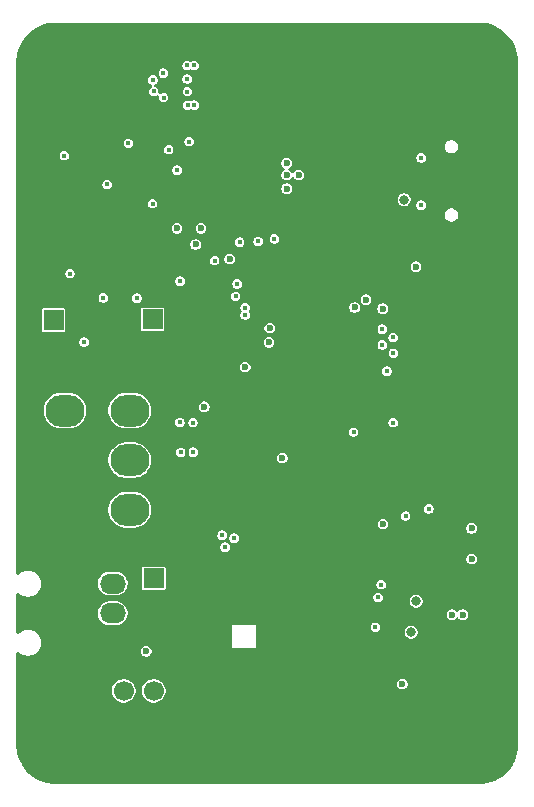
<source format=gbr>
%TF.GenerationSoftware,KiCad,Pcbnew,9.0.1*%
%TF.CreationDate,2025-04-26T23:34:38+03:00*%
%TF.ProjectId,Ricardo-Hermes,52696361-7264-46f2-9d48-65726d65732e,rev?*%
%TF.SameCoordinates,Original*%
%TF.FileFunction,Copper,L2,Inr*%
%TF.FilePolarity,Positive*%
%FSLAX46Y46*%
G04 Gerber Fmt 4.6, Leading zero omitted, Abs format (unit mm)*
G04 Created by KiCad (PCBNEW 9.0.1) date 2025-04-26 23:34:38*
%MOMM*%
%LPD*%
G01*
G04 APERTURE LIST*
G04 Aperture macros list*
%AMRoundRect*
0 Rectangle with rounded corners*
0 $1 Rounding radius*
0 $2 $3 $4 $5 $6 $7 $8 $9 X,Y pos of 4 corners*
0 Add a 4 corners polygon primitive as box body*
4,1,4,$2,$3,$4,$5,$6,$7,$8,$9,$2,$3,0*
0 Add four circle primitives for the rounded corners*
1,1,$1+$1,$2,$3*
1,1,$1+$1,$4,$5*
1,1,$1+$1,$6,$7*
1,1,$1+$1,$8,$9*
0 Add four rect primitives between the rounded corners*
20,1,$1+$1,$2,$3,$4,$5,0*
20,1,$1+$1,$4,$5,$6,$7,0*
20,1,$1+$1,$6,$7,$8,$9,0*
20,1,$1+$1,$8,$9,$2,$3,0*%
G04 Aperture macros list end*
%TA.AperFunction,ComponentPad*%
%ADD10RoundRect,0.250001X1.399999X-1.099999X1.399999X1.099999X-1.399999X1.099999X-1.399999X-1.099999X0*%
%TD*%
%TA.AperFunction,ComponentPad*%
%ADD11O,3.300000X2.700000*%
%TD*%
%TA.AperFunction,ComponentPad*%
%ADD12R,1.700000X1.700000*%
%TD*%
%TA.AperFunction,ComponentPad*%
%ADD13O,2.000000X0.900000*%
%TD*%
%TA.AperFunction,ComponentPad*%
%ADD14O,1.700000X0.900000*%
%TD*%
%TA.AperFunction,ComponentPad*%
%ADD15C,0.970000*%
%TD*%
%TA.AperFunction,ComponentPad*%
%ADD16C,1.700000*%
%TD*%
%TA.AperFunction,ComponentPad*%
%ADD17C,5.600000*%
%TD*%
%TA.AperFunction,ComponentPad*%
%ADD18RoundRect,0.250000X0.850000X0.600000X-0.850000X0.600000X-0.850000X-0.600000X0.850000X-0.600000X0*%
%TD*%
%TA.AperFunction,ComponentPad*%
%ADD19O,2.200000X1.700000*%
%TD*%
%TA.AperFunction,ComponentPad*%
%ADD20O,1.700000X1.700000*%
%TD*%
%TA.AperFunction,ViaPad*%
%ADD21C,0.600000*%
%TD*%
%TA.AperFunction,ViaPad*%
%ADD22C,0.800000*%
%TD*%
%TA.AperFunction,ViaPad*%
%ADD23C,0.450000*%
%TD*%
G04 APERTURE END LIST*
D10*
%TO.N,GND*%
%TO.C,J1*%
X122568000Y-112697000D03*
D11*
X122568000Y-108497000D03*
%TO.N,RBUS_uC_V*%
X122568000Y-104297000D03*
%TO.N,+16.8V*%
X128068000Y-112697000D03*
%TO.N,/CAN+*%
X128068000Y-108497000D03*
%TO.N,/CAN-*%
X128068000Y-104297000D03*
%TD*%
D12*
%TO.N,+3V3*%
%TO.C,3v3*%
X130095800Y-118504600D03*
%TD*%
D13*
%TO.N,GND*%
%TO.C,J2*%
X154824400Y-89169600D03*
D14*
X158994400Y-89169600D03*
D13*
X154824400Y-80529600D03*
D14*
X158994400Y-80529600D03*
%TD*%
D15*
%TO.N,GND*%
%TO.C,ANT_SMA1*%
X141434400Y-129768400D03*
X150194400Y-129768400D03*
%TD*%
D12*
%TO.N,GND*%
%TO.C,UART_ESP1*%
X125015800Y-128029600D03*
D16*
%TO.N,/RXD_ESP*%
X127555800Y-128029600D03*
%TO.N,/TXD_ESP*%
X130095800Y-128029600D03*
%TD*%
D17*
%TO.N,GND*%
%TO.C,H3*%
X121705000Y-132590000D03*
%TD*%
D18*
%TO.N,GND*%
%TO.C,UART1*%
X126633200Y-123951000D03*
D19*
%TO.N,/TXD*%
X126633200Y-121451000D03*
%TO.N,/RXD*%
X126633200Y-118951000D03*
%TD*%
D17*
%TO.N,GND*%
%TO.C,H1*%
X121705000Y-74589600D03*
%TD*%
%TO.N,GND*%
%TO.C,H4*%
X157705400Y-132590000D03*
%TD*%
D12*
%TO.N,/CHIP_PU*%
%TO.C,ENJUMPER1*%
X121612200Y-96635200D03*
D20*
%TO.N,GND*%
X121612200Y-99175200D03*
%TD*%
D12*
%TO.N,/BOOT*%
%TO.C,BOOTJUMPER1*%
X129994200Y-96584400D03*
D20*
%TO.N,GND*%
X129994200Y-99124400D03*
%TD*%
D17*
%TO.N,GND*%
%TO.C,H2*%
X157705400Y-74589600D03*
%TD*%
D21*
%TO.N,GND*%
X146910600Y-124880000D03*
D22*
X119505000Y-110631026D03*
X135760000Y-134790000D03*
D23*
X132331000Y-99734000D03*
D21*
X127219200Y-78254200D03*
X139392200Y-121527200D03*
X144048800Y-133640000D03*
D22*
X153540000Y-134790000D03*
D23*
X132712000Y-94146000D03*
D21*
X145234200Y-117869600D03*
D22*
X154419999Y-119306001D03*
D23*
X133220000Y-99734000D03*
D22*
X126571500Y-72055800D03*
X126514400Y-90082000D03*
D21*
X136090200Y-121730400D03*
X137004600Y-104204400D03*
D22*
X157705000Y-72389600D03*
X159905400Y-114622740D03*
X159905400Y-94664170D03*
X119504000Y-126378600D03*
D21*
X147658800Y-135160000D03*
D23*
X154196491Y-106484075D03*
D21*
X136090200Y-124168800D03*
D22*
X119504000Y-117006000D03*
X159905400Y-90672456D03*
D21*
X146566999Y-122991200D03*
D23*
X154958491Y-107119075D03*
D21*
X141779800Y-124524400D03*
X147418600Y-116142400D03*
D23*
X156101491Y-109405075D03*
D22*
X150365000Y-92622000D03*
D21*
X146566999Y-121841200D03*
D22*
X159261035Y-73033965D03*
X153256500Y-72055800D03*
D23*
X151254000Y-111037000D03*
X149222000Y-108370000D03*
X142364000Y-97575000D03*
D21*
X147418600Y-114516800D03*
X145234200Y-118834800D03*
X146910600Y-128893200D03*
X147658800Y-131360000D03*
X147658800Y-134400000D03*
D22*
X119504000Y-121527200D03*
D21*
X140154200Y-124524400D03*
X146910600Y-127267600D03*
X137969800Y-125946800D03*
D22*
X120149365Y-73033965D03*
X159905400Y-78697314D03*
D23*
X134490000Y-93638000D03*
X138884200Y-92012400D03*
D22*
X159905400Y-98655884D03*
D23*
X135379000Y-93638000D03*
D22*
X121705000Y-72389600D03*
D21*
X144048800Y-131360000D03*
X125828600Y-97321000D03*
D23*
X144015000Y-94400000D03*
X146820600Y-111575000D03*
D22*
X119505000Y-94664170D03*
D21*
X137207800Y-120866800D03*
D23*
X132331000Y-96813000D03*
D21*
X145234200Y-115888400D03*
D23*
X156101491Y-108516075D03*
D22*
X119505000Y-132590000D03*
D23*
X154704491Y-110802075D03*
D21*
X144048800Y-132120000D03*
X144726200Y-128080400D03*
X147418600Y-116955200D03*
X138782600Y-125946800D03*
D22*
X119505000Y-98655884D03*
D21*
X146910600Y-128080400D03*
D22*
X119505000Y-113932600D03*
D23*
X144167400Y-124473600D03*
X144827800Y-124829200D03*
D21*
X147418600Y-115329600D03*
X140967000Y-122340000D03*
D23*
X153413000Y-111926000D03*
D22*
X135467500Y-72074200D03*
X150961599Y-121541201D03*
D21*
X146910600Y-129706000D03*
X136293400Y-125845200D03*
X136090200Y-123356000D03*
X136090200Y-122543200D03*
D23*
X155466491Y-110167075D03*
D21*
X138833400Y-120917600D03*
X144726200Y-127267600D03*
D22*
X159905400Y-102647598D03*
D23*
X150619000Y-110783000D03*
D21*
X140967000Y-124524400D03*
X147658800Y-133640000D03*
D22*
X139507777Y-78679386D03*
X139915000Y-72074200D03*
D21*
X146910600Y-125642000D03*
X144726200Y-128893200D03*
X144726200Y-126454800D03*
X144726200Y-129706000D03*
D23*
X151656491Y-106357075D03*
X154069491Y-111437075D03*
D21*
X144048800Y-132880000D03*
D22*
X139519000Y-77423000D03*
D23*
X135937800Y-94501600D03*
D22*
X159905400Y-106639312D03*
X136141000Y-110402000D03*
D23*
X144472200Y-120206400D03*
D22*
X133220000Y-134790000D03*
X150253800Y-134820000D03*
X131019000Y-72055800D03*
D23*
X133118400Y-97854400D03*
D21*
X141779800Y-122340000D03*
D22*
X120149365Y-134145635D03*
D21*
X147658800Y-132120000D03*
D23*
X145357200Y-110101800D03*
X136064800Y-95238200D03*
D22*
X119505000Y-90672456D03*
X119505000Y-78697314D03*
X159905400Y-82689028D03*
X136559000Y-78613000D03*
D21*
X139392200Y-125337200D03*
D22*
X119505000Y-128597882D03*
X159905400Y-128597882D03*
X130680000Y-134790000D03*
X141358800Y-134820000D03*
X119505000Y-82689028D03*
D21*
X147658800Y-132880000D03*
D22*
X159905400Y-125515000D03*
X159905400Y-118614454D03*
X159905400Y-132590000D03*
D21*
X139392200Y-122340000D03*
D22*
X119505000Y-86680742D03*
D21*
X142592600Y-122340000D03*
D23*
X132331000Y-94908000D03*
X133474000Y-93638000D03*
D21*
X139493800Y-101842200D03*
D22*
X159905400Y-122606168D03*
D23*
X155009291Y-108998675D03*
X155593491Y-107754075D03*
D21*
X139392200Y-124524400D03*
D22*
X148809000Y-72075800D03*
D23*
X136115600Y-98591000D03*
D22*
X121705000Y-134790000D03*
D21*
X144167400Y-130417200D03*
D23*
X134109000Y-99734000D03*
X132331000Y-97702000D03*
D21*
X136090200Y-124981600D03*
D23*
X153434491Y-105976075D03*
X154679091Y-108338275D03*
D22*
X159905400Y-86680742D03*
D23*
X128005200Y-80916200D03*
D22*
X159905400Y-74589600D03*
D21*
X143405400Y-124524400D03*
D23*
X152545491Y-106103075D03*
X148714000Y-108878000D03*
D22*
X119505000Y-106639312D03*
D23*
X133143800Y-97041600D03*
D21*
X143405400Y-122340000D03*
D23*
X132331000Y-98718000D03*
D22*
X157705000Y-134790000D03*
X159261035Y-134145635D03*
D21*
X145234200Y-114923200D03*
D22*
X152510999Y-125889201D03*
D23*
X142364000Y-94400000D03*
D21*
X147520200Y-130468000D03*
D23*
X136141000Y-95949400D03*
X133321600Y-98591000D03*
D21*
X138020600Y-120866800D03*
D22*
X138300000Y-134790000D03*
D21*
X137157000Y-125946800D03*
D23*
X151372200Y-84099000D03*
D21*
X136395000Y-120968400D03*
X147418600Y-113704000D03*
X144048800Y-135160000D03*
D22*
X119505000Y-102647598D03*
D21*
X142592600Y-124524400D03*
D23*
X134998000Y-99734000D03*
X154577491Y-109557475D03*
D21*
X148307600Y-120358800D03*
D23*
X150238000Y-107227000D03*
D22*
X125600000Y-134790000D03*
D23*
X144015000Y-97575000D03*
D22*
X143380000Y-89955000D03*
D23*
X149730000Y-107862000D03*
D21*
X144218200Y-122340000D03*
D23*
X135887000Y-99480000D03*
D22*
X159905400Y-110631026D03*
D23*
X132331000Y-95924000D03*
D22*
X144650000Y-104941000D03*
D21*
X140154200Y-122340000D03*
X144048800Y-134400000D03*
D23*
X145320600Y-111575000D03*
D21*
X146910600Y-126454800D03*
D22*
X119505000Y-74589600D03*
D23*
X151957296Y-111392742D03*
D22*
X144361500Y-72075800D03*
D21*
X144726200Y-125642000D03*
D22*
X133855000Y-110402000D03*
D23*
X152651000Y-111672000D03*
D22*
X141856000Y-105068000D03*
X128140000Y-134790000D03*
D23*
X149857000Y-110529000D03*
X136268000Y-93638000D03*
X150894491Y-106738075D03*
D22*
X143380000Y-108624000D03*
X136586777Y-77409386D03*
D23*
%TO.N,+3V3*%
X126158800Y-85154400D03*
D21*
X156257800Y-121578000D03*
X134388400Y-103975800D03*
X141348000Y-85510000D03*
X136522000Y-91479000D03*
X141348000Y-83351000D03*
X149476000Y-95670000D03*
D23*
X147012200Y-106109400D03*
D21*
X142364000Y-84367000D03*
X137842800Y-100597600D03*
X141348000Y-84367000D03*
D23*
X129994200Y-86780000D03*
D21*
X129460800Y-124676800D03*
X133651800Y-90234400D03*
X157019800Y-114262800D03*
D23*
X132077000Y-83935200D03*
X151427800Y-113226000D03*
D21*
X157019800Y-116853600D03*
X155343400Y-121578000D03*
%TO.N,VBUS*%
X152295000Y-92110000D03*
D23*
X127955033Y-81674116D03*
X133093000Y-81522200D03*
%TO.N,RBUS_uC_V*%
X122526600Y-82716000D03*
X131365800Y-82208000D03*
%TO.N,/Power/LX1*%
X132945444Y-77286610D03*
X130935938Y-77791523D03*
X132966936Y-78440239D03*
X130095478Y-77279386D03*
X133523158Y-78439650D03*
%TO.N,/Power/LX2*%
X130030200Y-76301200D03*
X130910200Y-75726200D03*
X133523178Y-75081023D03*
X132930200Y-75081023D03*
X132930200Y-76227413D03*
%TO.N,/BOOT*%
X135252000Y-91606000D03*
D21*
X139925600Y-97321000D03*
D23*
%TO.N,/CHIP_PU*%
X124203000Y-98489400D03*
X132339932Y-93342132D03*
D21*
X139859999Y-98515744D03*
D23*
%TO.N,Net-(JP1-B)*%
X123009200Y-92698200D03*
X128673400Y-94781000D03*
X125828600Y-94755600D03*
%TO.N,CRX*%
X136903000Y-115101000D03*
X140313200Y-89751800D03*
%TO.N,CSD*%
X138947700Y-89967700D03*
X135887000Y-114847000D03*
D22*
%TO.N,VAA*%
X152307799Y-120428201D03*
D21*
X151139399Y-127438601D03*
D22*
X151901399Y-123069801D03*
D23*
%TO.N,ANT_SEL*%
X136141000Y-115863000D03*
X137372900Y-90043900D03*
%TO.N,CPS*%
X148861599Y-122641201D03*
X149450600Y-97397200D03*
%TO.N,CHL*%
X149450600Y-98737403D03*
X149349000Y-119038000D03*
%TO.N,CTX*%
X149095000Y-120123401D03*
X150365000Y-98108400D03*
D21*
%TO.N,/CAN_RX*%
X147113800Y-95568400D03*
X134109000Y-88862800D03*
%TO.N,/CAN_TX*%
X132077000Y-88862800D03*
X148079000Y-94908000D03*
D23*
%TO.N,SX_BUSY*%
X150365000Y-105322000D03*
X149831600Y-100953200D03*
%TO.N,Net-(U1-U0TXD{slash}PROG{slash}GPIO43)*%
X133423200Y-105322000D03*
X137842800Y-95574397D03*
%TO.N,RF_RST*%
X150390400Y-99441900D03*
X153383600Y-112616400D03*
%TO.N,/TXD*%
X132381800Y-107836600D03*
%TO.N,/RXD*%
X137030000Y-94628600D03*
%TO.N,/RXD_ESP*%
X137842800Y-96203400D03*
%TO.N,/TXD_ESP*%
X133448600Y-107811200D03*
%TO.N,+5V*%
X152744400Y-82899600D03*
X152744400Y-86899600D03*
D22*
X151296000Y-86435800D03*
D23*
%TO.N,Net-(U1-MTDI{slash}JTAG{slash}GPIO41)*%
X137157000Y-93561800D03*
X132305600Y-105296600D03*
D21*
%TO.N,VPP*%
X140988400Y-108298400D03*
X149522800Y-113886400D03*
%TD*%
%TA.AperFunction,Conductor*%
%TO.N,GND*%
G36*
X157608243Y-71442869D02*
G01*
X157948213Y-71460687D01*
X157961121Y-71462044D01*
X158294151Y-71514790D01*
X158306834Y-71517485D01*
X158632546Y-71604760D01*
X158644878Y-71608767D01*
X158959680Y-71729609D01*
X158971516Y-71734878D01*
X159271977Y-71887970D01*
X159283191Y-71894446D01*
X159565982Y-72078092D01*
X159576483Y-72085721D01*
X159838529Y-72297922D01*
X159848174Y-72306607D01*
X160086592Y-72545025D01*
X160095277Y-72554670D01*
X160307478Y-72816716D01*
X160315107Y-72827217D01*
X160498750Y-73110002D01*
X160505232Y-73121229D01*
X160658316Y-73421673D01*
X160663595Y-73433530D01*
X160784430Y-73748315D01*
X160788441Y-73760659D01*
X160875712Y-74086359D01*
X160878410Y-74099055D01*
X160931156Y-74432078D01*
X160932513Y-74444987D01*
X160950328Y-74784951D01*
X160950498Y-74791440D01*
X160950316Y-130537592D01*
X160950316Y-132584968D01*
X160950146Y-132591458D01*
X160932327Y-132931426D01*
X160930970Y-132944334D01*
X160878223Y-133277358D01*
X160875525Y-133290054D01*
X160788253Y-133615754D01*
X160784242Y-133628098D01*
X160663407Y-133942882D01*
X160658128Y-133954739D01*
X160505047Y-134255176D01*
X160498557Y-134266416D01*
X160314919Y-134549193D01*
X160307290Y-134559694D01*
X160095088Y-134821741D01*
X160086403Y-134831386D01*
X159847986Y-135069803D01*
X159838341Y-135078488D01*
X159576294Y-135290690D01*
X159565793Y-135298319D01*
X159283016Y-135481957D01*
X159271776Y-135488447D01*
X158971339Y-135641528D01*
X158959482Y-135646807D01*
X158644698Y-135767642D01*
X158632354Y-135771653D01*
X158306654Y-135858925D01*
X158293958Y-135861623D01*
X157960934Y-135914370D01*
X157948026Y-135915727D01*
X157608059Y-135933546D01*
X157601569Y-135933716D01*
X121808231Y-135933716D01*
X121801741Y-135933546D01*
X121461773Y-135915727D01*
X121448865Y-135914370D01*
X121115841Y-135861623D01*
X121103145Y-135858925D01*
X120777445Y-135771653D01*
X120765101Y-135767642D01*
X120450317Y-135646807D01*
X120438460Y-135641528D01*
X120138017Y-135488443D01*
X120126790Y-135481961D01*
X119844006Y-135298319D01*
X119833505Y-135290690D01*
X119571458Y-135078488D01*
X119561813Y-135069803D01*
X119323396Y-134831386D01*
X119314711Y-134821741D01*
X119102509Y-134559694D01*
X119094880Y-134549193D01*
X118911235Y-134266404D01*
X118904759Y-134255188D01*
X118751666Y-133954728D01*
X118746397Y-133942893D01*
X118625555Y-133628092D01*
X118621546Y-133615754D01*
X118534274Y-133290054D01*
X118531577Y-133277368D01*
X118478825Y-132944315D01*
X118477472Y-132931443D01*
X118459654Y-132591476D01*
X118459484Y-132584986D01*
X118459484Y-130632755D01*
X118459497Y-128916228D01*
X118459503Y-128128143D01*
X126555299Y-128128143D01*
X126593747Y-128321429D01*
X126593750Y-128321439D01*
X126669164Y-128503507D01*
X126669171Y-128503520D01*
X126778660Y-128667381D01*
X126778663Y-128667385D01*
X126918014Y-128806736D01*
X126918018Y-128806739D01*
X127081879Y-128916228D01*
X127081892Y-128916235D01*
X127263960Y-128991649D01*
X127263965Y-128991651D01*
X127263969Y-128991651D01*
X127263970Y-128991652D01*
X127457256Y-129030100D01*
X127457259Y-129030100D01*
X127654343Y-129030100D01*
X127784382Y-129004232D01*
X127847635Y-128991651D01*
X128029714Y-128916232D01*
X128193582Y-128806739D01*
X128332939Y-128667382D01*
X128442432Y-128503514D01*
X128517851Y-128321435D01*
X128556300Y-128128143D01*
X129095299Y-128128143D01*
X129133747Y-128321429D01*
X129133750Y-128321439D01*
X129209164Y-128503507D01*
X129209171Y-128503520D01*
X129318660Y-128667381D01*
X129318663Y-128667385D01*
X129458014Y-128806736D01*
X129458018Y-128806739D01*
X129621879Y-128916228D01*
X129621892Y-128916235D01*
X129803960Y-128991649D01*
X129803965Y-128991651D01*
X129803969Y-128991651D01*
X129803970Y-128991652D01*
X129997256Y-129030100D01*
X129997259Y-129030100D01*
X130194343Y-129030100D01*
X130324382Y-129004232D01*
X130387635Y-128991651D01*
X130569714Y-128916232D01*
X130733582Y-128806739D01*
X130872939Y-128667382D01*
X130982432Y-128503514D01*
X131057851Y-128321435D01*
X131096300Y-128128141D01*
X131096300Y-127931059D01*
X131096300Y-127931056D01*
X131057852Y-127737770D01*
X131057851Y-127737769D01*
X131057851Y-127737765D01*
X131005960Y-127612487D01*
X130982435Y-127555692D01*
X130982428Y-127555679D01*
X130905171Y-127440056D01*
X130872939Y-127391818D01*
X130872936Y-127391814D01*
X130860414Y-127379292D01*
X150688899Y-127379292D01*
X150688899Y-127497910D01*
X150719600Y-127612487D01*
X150778910Y-127715214D01*
X150862786Y-127799090D01*
X150965513Y-127858400D01*
X151080090Y-127889101D01*
X151080093Y-127889101D01*
X151198705Y-127889101D01*
X151198708Y-127889101D01*
X151313285Y-127858400D01*
X151416012Y-127799090D01*
X151499888Y-127715214D01*
X151559198Y-127612487D01*
X151589899Y-127497910D01*
X151589899Y-127379292D01*
X151559198Y-127264715D01*
X151499888Y-127161988D01*
X151416012Y-127078112D01*
X151313285Y-127018802D01*
X151198708Y-126988101D01*
X151080090Y-126988101D01*
X150965513Y-127018802D01*
X150965511Y-127018802D01*
X150965511Y-127018803D01*
X150862786Y-127078112D01*
X150862783Y-127078114D01*
X150778912Y-127161985D01*
X150778910Y-127161988D01*
X150719600Y-127264715D01*
X150688899Y-127379292D01*
X130860414Y-127379292D01*
X130733585Y-127252463D01*
X130733581Y-127252460D01*
X130569720Y-127142971D01*
X130569707Y-127142964D01*
X130387639Y-127067550D01*
X130387629Y-127067547D01*
X130194343Y-127029100D01*
X130194341Y-127029100D01*
X129997259Y-127029100D01*
X129997257Y-127029100D01*
X129803970Y-127067547D01*
X129803960Y-127067550D01*
X129621892Y-127142964D01*
X129621879Y-127142971D01*
X129458018Y-127252460D01*
X129458014Y-127252463D01*
X129318663Y-127391814D01*
X129318660Y-127391818D01*
X129209171Y-127555679D01*
X129209164Y-127555692D01*
X129133750Y-127737760D01*
X129133747Y-127737770D01*
X129095300Y-127931056D01*
X129095300Y-127931059D01*
X129095300Y-128128141D01*
X129095300Y-128128143D01*
X129095299Y-128128143D01*
X128556300Y-128128143D01*
X128556300Y-128128141D01*
X128556300Y-127931059D01*
X128556300Y-127931056D01*
X128517852Y-127737770D01*
X128517851Y-127737769D01*
X128517851Y-127737765D01*
X128465960Y-127612487D01*
X128442435Y-127555692D01*
X128442428Y-127555679D01*
X128332939Y-127391818D01*
X128332936Y-127391814D01*
X128193585Y-127252463D01*
X128193581Y-127252460D01*
X128029720Y-127142971D01*
X128029707Y-127142964D01*
X127847639Y-127067550D01*
X127847629Y-127067547D01*
X127654343Y-127029100D01*
X127654341Y-127029100D01*
X127457259Y-127029100D01*
X127457257Y-127029100D01*
X127263970Y-127067547D01*
X127263960Y-127067550D01*
X127081892Y-127142964D01*
X127081879Y-127142971D01*
X126918018Y-127252460D01*
X126918014Y-127252463D01*
X126778663Y-127391814D01*
X126778660Y-127391818D01*
X126669171Y-127555679D01*
X126669164Y-127555692D01*
X126593750Y-127737760D01*
X126593747Y-127737770D01*
X126555300Y-127931056D01*
X126555300Y-127931059D01*
X126555300Y-128128141D01*
X126555300Y-128128143D01*
X126555299Y-128128143D01*
X118459503Y-128128143D01*
X118459527Y-124818685D01*
X118479212Y-124751647D01*
X118532016Y-124705892D01*
X118601175Y-124695949D01*
X118664730Y-124724975D01*
X118671208Y-124731006D01*
X118733667Y-124793465D01*
X118874316Y-124895653D01*
X119029219Y-124974580D01*
X119029221Y-124974581D01*
X119194558Y-125028302D01*
X119194559Y-125028302D01*
X119194562Y-125028303D01*
X119366274Y-125055500D01*
X119366275Y-125055500D01*
X119540125Y-125055500D01*
X119540126Y-125055500D01*
X119711838Y-125028303D01*
X119711841Y-125028302D01*
X119711842Y-125028302D01*
X119877178Y-124974581D01*
X119877178Y-124974580D01*
X119877181Y-124974580D01*
X120032084Y-124895653D01*
X120172733Y-124793465D01*
X120295665Y-124670533D01*
X120334202Y-124617491D01*
X129010300Y-124617491D01*
X129010300Y-124736109D01*
X129041001Y-124850686D01*
X129100311Y-124953413D01*
X129184187Y-125037289D01*
X129286914Y-125096599D01*
X129401491Y-125127300D01*
X129401494Y-125127300D01*
X129520106Y-125127300D01*
X129520109Y-125127300D01*
X129634686Y-125096599D01*
X129737413Y-125037289D01*
X129821289Y-124953413D01*
X129880599Y-124850686D01*
X129911300Y-124736109D01*
X129911300Y-124617491D01*
X129880599Y-124502914D01*
X129821289Y-124400187D01*
X129803302Y-124382200D01*
X136691000Y-124382200D01*
X138781000Y-124382200D01*
X138781000Y-122587948D01*
X148457099Y-122587948D01*
X148457099Y-122694454D01*
X148484665Y-122797332D01*
X148537919Y-122889570D01*
X148613230Y-122964881D01*
X148705468Y-123018135D01*
X148808346Y-123045701D01*
X148808348Y-123045701D01*
X148914850Y-123045701D01*
X148914852Y-123045701D01*
X149017730Y-123018135D01*
X149053772Y-122997326D01*
X151350899Y-122997326D01*
X151350899Y-123142276D01*
X151374798Y-123231467D01*
X151388416Y-123282289D01*
X151460887Y-123407812D01*
X151460889Y-123407814D01*
X151460890Y-123407816D01*
X151563384Y-123510310D01*
X151563385Y-123510311D01*
X151563387Y-123510312D01*
X151688910Y-123582783D01*
X151688911Y-123582783D01*
X151688914Y-123582785D01*
X151828924Y-123620301D01*
X151828927Y-123620301D01*
X151973871Y-123620301D01*
X151973874Y-123620301D01*
X152113884Y-123582785D01*
X152239414Y-123510310D01*
X152341908Y-123407816D01*
X152414383Y-123282286D01*
X152451899Y-123142276D01*
X152451899Y-122997326D01*
X152414383Y-122857316D01*
X152408138Y-122846500D01*
X152341910Y-122731789D01*
X152341905Y-122731783D01*
X152239416Y-122629294D01*
X152239410Y-122629289D01*
X152113887Y-122556818D01*
X152113888Y-122556818D01*
X152102405Y-122553741D01*
X151973874Y-122519301D01*
X151828924Y-122519301D01*
X151700392Y-122553741D01*
X151688910Y-122556818D01*
X151563387Y-122629289D01*
X151563381Y-122629294D01*
X151460892Y-122731783D01*
X151460887Y-122731789D01*
X151388416Y-122857312D01*
X151388415Y-122857316D01*
X151350899Y-122997326D01*
X149053772Y-122997326D01*
X149109968Y-122964881D01*
X149185279Y-122889570D01*
X149238533Y-122797332D01*
X149266099Y-122694454D01*
X149266099Y-122587948D01*
X149238533Y-122485070D01*
X149185279Y-122392832D01*
X149109968Y-122317521D01*
X149017730Y-122264267D01*
X148914852Y-122236701D01*
X148808346Y-122236701D01*
X148705467Y-122264267D01*
X148613230Y-122317521D01*
X148613227Y-122317523D01*
X148537921Y-122392829D01*
X148537919Y-122392832D01*
X148484665Y-122485069D01*
X148465440Y-122556818D01*
X148457099Y-122587948D01*
X138781000Y-122587948D01*
X138781000Y-122482200D01*
X136691000Y-122482200D01*
X136691000Y-124382200D01*
X129803302Y-124382200D01*
X129737413Y-124316311D01*
X129634686Y-124257001D01*
X129520109Y-124226300D01*
X129401491Y-124226300D01*
X129286914Y-124257001D01*
X129286912Y-124257001D01*
X129286912Y-124257002D01*
X129184187Y-124316311D01*
X129184184Y-124316313D01*
X129100313Y-124400184D01*
X129100311Y-124400187D01*
X129041001Y-124502914D01*
X129010300Y-124617491D01*
X120334202Y-124617491D01*
X120397853Y-124529884D01*
X120476780Y-124374981D01*
X120530503Y-124209638D01*
X120557700Y-124037926D01*
X120557700Y-123864074D01*
X120530503Y-123692362D01*
X120530502Y-123692358D01*
X120530502Y-123692357D01*
X120476781Y-123527021D01*
X120397852Y-123372115D01*
X120295665Y-123231467D01*
X120172733Y-123108535D01*
X120032084Y-123006347D01*
X120014379Y-122997326D01*
X119877178Y-122927418D01*
X119711841Y-122873697D01*
X119583054Y-122853299D01*
X119540126Y-122846500D01*
X119366274Y-122846500D01*
X119309036Y-122855565D01*
X119194560Y-122873697D01*
X119194557Y-122873697D01*
X119029221Y-122927418D01*
X118874315Y-123006347D01*
X118733668Y-123108534D01*
X118671220Y-123170982D01*
X118609896Y-123204466D01*
X118540205Y-123199481D01*
X118484271Y-123157610D01*
X118459855Y-123092145D01*
X118459539Y-123083323D01*
X118459551Y-121549543D01*
X125382699Y-121549543D01*
X125421147Y-121742829D01*
X125421150Y-121742839D01*
X125496564Y-121924907D01*
X125496571Y-121924920D01*
X125606060Y-122088781D01*
X125606063Y-122088785D01*
X125745414Y-122228136D01*
X125745418Y-122228139D01*
X125909279Y-122337628D01*
X125909292Y-122337635D01*
X126091360Y-122413049D01*
X126091365Y-122413051D01*
X126091369Y-122413051D01*
X126091370Y-122413052D01*
X126284656Y-122451500D01*
X126284659Y-122451500D01*
X126981743Y-122451500D01*
X127111782Y-122425632D01*
X127175035Y-122413051D01*
X127357114Y-122337632D01*
X127520982Y-122228139D01*
X127660339Y-122088782D01*
X127769832Y-121924914D01*
X127845251Y-121742835D01*
X127883700Y-121549541D01*
X127883700Y-121518691D01*
X154892900Y-121518691D01*
X154892900Y-121637309D01*
X154923601Y-121751886D01*
X154982911Y-121854613D01*
X155066787Y-121938489D01*
X155169514Y-121997799D01*
X155284091Y-122028500D01*
X155284094Y-122028500D01*
X155402706Y-122028500D01*
X155402709Y-122028500D01*
X155517286Y-121997799D01*
X155620013Y-121938489D01*
X155703889Y-121854613D01*
X155703889Y-121854612D01*
X155709636Y-121848866D01*
X155711083Y-121850313D01*
X155758645Y-121815581D01*
X155828391Y-121811422D01*
X155889313Y-121845631D01*
X155895701Y-121853003D01*
X155897310Y-121854612D01*
X155897311Y-121854613D01*
X155981187Y-121938489D01*
X156083914Y-121997799D01*
X156198491Y-122028500D01*
X156198494Y-122028500D01*
X156317106Y-122028500D01*
X156317109Y-122028500D01*
X156431686Y-121997799D01*
X156534413Y-121938489D01*
X156618289Y-121854613D01*
X156677599Y-121751886D01*
X156708300Y-121637309D01*
X156708300Y-121518691D01*
X156677599Y-121404114D01*
X156618289Y-121301387D01*
X156534413Y-121217511D01*
X156431686Y-121158201D01*
X156317109Y-121127500D01*
X156198491Y-121127500D01*
X156083914Y-121158201D01*
X156083912Y-121158201D01*
X156083912Y-121158202D01*
X155981187Y-121217511D01*
X155981184Y-121217513D01*
X155891564Y-121307134D01*
X155890117Y-121305687D01*
X155842542Y-121340423D01*
X155772795Y-121344573D01*
X155711877Y-121310358D01*
X155705494Y-121302992D01*
X155620015Y-121217513D01*
X155620013Y-121217511D01*
X155517286Y-121158201D01*
X155402709Y-121127500D01*
X155284091Y-121127500D01*
X155169514Y-121158201D01*
X155169512Y-121158201D01*
X155169512Y-121158202D01*
X155066787Y-121217511D01*
X155066784Y-121217513D01*
X154982913Y-121301384D01*
X154982911Y-121301387D01*
X154923601Y-121404114D01*
X154892900Y-121518691D01*
X127883700Y-121518691D01*
X127883700Y-121352459D01*
X127883700Y-121352456D01*
X127845252Y-121159170D01*
X127845251Y-121159169D01*
X127845251Y-121159165D01*
X127770501Y-120978701D01*
X127769835Y-120977092D01*
X127769828Y-120977079D01*
X127660339Y-120813218D01*
X127660336Y-120813214D01*
X127520985Y-120673863D01*
X127520981Y-120673860D01*
X127357120Y-120564371D01*
X127357107Y-120564364D01*
X127175039Y-120488950D01*
X127175029Y-120488947D01*
X126981743Y-120450500D01*
X126981741Y-120450500D01*
X126284659Y-120450500D01*
X126284657Y-120450500D01*
X126091370Y-120488947D01*
X126091360Y-120488950D01*
X125909292Y-120564364D01*
X125909279Y-120564371D01*
X125745418Y-120673860D01*
X125745414Y-120673863D01*
X125606063Y-120813214D01*
X125606060Y-120813218D01*
X125496571Y-120977079D01*
X125496564Y-120977092D01*
X125421150Y-121159160D01*
X125421147Y-121159170D01*
X125382700Y-121352456D01*
X125382700Y-121352459D01*
X125382700Y-121549541D01*
X125382700Y-121549543D01*
X125382699Y-121549543D01*
X118459551Y-121549543D01*
X118459562Y-120070148D01*
X148690500Y-120070148D01*
X148690500Y-120176654D01*
X148718066Y-120279532D01*
X148771320Y-120371770D01*
X148846631Y-120447081D01*
X148938869Y-120500335D01*
X149041747Y-120527901D01*
X149041749Y-120527901D01*
X149148251Y-120527901D01*
X149148253Y-120527901D01*
X149251131Y-120500335D01*
X149343369Y-120447081D01*
X149418680Y-120371770D01*
X149427943Y-120355726D01*
X151757299Y-120355726D01*
X151757299Y-120500676D01*
X151794815Y-120640686D01*
X151794816Y-120640689D01*
X151867287Y-120766212D01*
X151867289Y-120766214D01*
X151867290Y-120766216D01*
X151969784Y-120868710D01*
X151969785Y-120868711D01*
X151969787Y-120868712D01*
X152095310Y-120941183D01*
X152095311Y-120941183D01*
X152095314Y-120941185D01*
X152235324Y-120978701D01*
X152235327Y-120978701D01*
X152380271Y-120978701D01*
X152380274Y-120978701D01*
X152520284Y-120941185D01*
X152645814Y-120868710D01*
X152748308Y-120766216D01*
X152820783Y-120640686D01*
X152858299Y-120500676D01*
X152858299Y-120355726D01*
X152820783Y-120215716D01*
X152798230Y-120176654D01*
X152748310Y-120090189D01*
X152748305Y-120090183D01*
X152645816Y-119987694D01*
X152645810Y-119987689D01*
X152520287Y-119915218D01*
X152520288Y-119915218D01*
X152508805Y-119912141D01*
X152380274Y-119877701D01*
X152235324Y-119877701D01*
X152106792Y-119912141D01*
X152095310Y-119915218D01*
X151969787Y-119987689D01*
X151969781Y-119987694D01*
X151867292Y-120090183D01*
X151867287Y-120090189D01*
X151794816Y-120215712D01*
X151794815Y-120215716D01*
X151757299Y-120355726D01*
X149427943Y-120355726D01*
X149471934Y-120279532D01*
X149499500Y-120176654D01*
X149499500Y-120070148D01*
X149471934Y-119967270D01*
X149418680Y-119875032D01*
X149343369Y-119799721D01*
X149251131Y-119746467D01*
X149148253Y-119718901D01*
X149041747Y-119718901D01*
X148938868Y-119746467D01*
X148846631Y-119799721D01*
X148846628Y-119799723D01*
X148771322Y-119875029D01*
X148771320Y-119875032D01*
X148718066Y-119967269D01*
X148701712Y-120028303D01*
X148690500Y-120070148D01*
X118459562Y-120070148D01*
X118459564Y-119818722D01*
X118479249Y-119751684D01*
X118532053Y-119705929D01*
X118601212Y-119695986D01*
X118664767Y-119725012D01*
X118671245Y-119731043D01*
X118733667Y-119793465D01*
X118874316Y-119895653D01*
X118962145Y-119940404D01*
X119029221Y-119974581D01*
X119194558Y-120028302D01*
X119194559Y-120028302D01*
X119194562Y-120028303D01*
X119366274Y-120055500D01*
X119366275Y-120055500D01*
X119540125Y-120055500D01*
X119540126Y-120055500D01*
X119711838Y-120028303D01*
X119711841Y-120028302D01*
X119711842Y-120028302D01*
X119877178Y-119974581D01*
X119877178Y-119974580D01*
X119877181Y-119974580D01*
X120032084Y-119895653D01*
X120172733Y-119793465D01*
X120295665Y-119670533D01*
X120397853Y-119529884D01*
X120476780Y-119374981D01*
X120505572Y-119286368D01*
X120530502Y-119209642D01*
X120530502Y-119209641D01*
X120530503Y-119209638D01*
X120555860Y-119049543D01*
X125382699Y-119049543D01*
X125421147Y-119242829D01*
X125421150Y-119242839D01*
X125496564Y-119424907D01*
X125496571Y-119424920D01*
X125606060Y-119588781D01*
X125606063Y-119588785D01*
X125745414Y-119728136D01*
X125745418Y-119728139D01*
X125909279Y-119837628D01*
X125909292Y-119837635D01*
X126049362Y-119895653D01*
X126091365Y-119913051D01*
X126091369Y-119913051D01*
X126091370Y-119913052D01*
X126284656Y-119951500D01*
X126284659Y-119951500D01*
X126981743Y-119951500D01*
X127037526Y-119940404D01*
X127133769Y-119921259D01*
X127175035Y-119913051D01*
X127357114Y-119837632D01*
X127520982Y-119728139D01*
X127660339Y-119588782D01*
X127769832Y-119424914D01*
X127792817Y-119369422D01*
X129095299Y-119369422D01*
X129104031Y-119413317D01*
X129104034Y-119413324D01*
X129111778Y-119424914D01*
X129137296Y-119463104D01*
X129187078Y-119496367D01*
X129187081Y-119496367D01*
X129187082Y-119496368D01*
X129230977Y-119505100D01*
X129230980Y-119505100D01*
X130960622Y-119505100D01*
X131004517Y-119496368D01*
X131004517Y-119496367D01*
X131004522Y-119496367D01*
X131054304Y-119463104D01*
X131087567Y-119413322D01*
X131095194Y-119374981D01*
X131096300Y-119369422D01*
X131096300Y-118984747D01*
X148944500Y-118984747D01*
X148944500Y-119091253D01*
X148972066Y-119194131D01*
X149025320Y-119286369D01*
X149100631Y-119361680D01*
X149192869Y-119414934D01*
X149295747Y-119442500D01*
X149295749Y-119442500D01*
X149402251Y-119442500D01*
X149402253Y-119442500D01*
X149505131Y-119414934D01*
X149597369Y-119361680D01*
X149672680Y-119286369D01*
X149725934Y-119194131D01*
X149753500Y-119091253D01*
X149753500Y-118984747D01*
X149725934Y-118881869D01*
X149672680Y-118789631D01*
X149597369Y-118714320D01*
X149505131Y-118661066D01*
X149402253Y-118633500D01*
X149295747Y-118633500D01*
X149192868Y-118661066D01*
X149100631Y-118714320D01*
X149100628Y-118714322D01*
X149025322Y-118789628D01*
X149025320Y-118789631D01*
X148972066Y-118881868D01*
X148972066Y-118881869D01*
X148944500Y-118984747D01*
X131096300Y-118984747D01*
X131096300Y-117639777D01*
X131087568Y-117595882D01*
X131087567Y-117595881D01*
X131087567Y-117595878D01*
X131054304Y-117546096D01*
X131054303Y-117546095D01*
X131004524Y-117512834D01*
X131004517Y-117512831D01*
X130960622Y-117504100D01*
X130960620Y-117504100D01*
X129230980Y-117504100D01*
X129230978Y-117504100D01*
X129187082Y-117512831D01*
X129187075Y-117512834D01*
X129137296Y-117546095D01*
X129137295Y-117546096D01*
X129104034Y-117595875D01*
X129104031Y-117595882D01*
X129095300Y-117639777D01*
X129095300Y-117639780D01*
X129095300Y-119369420D01*
X129095300Y-119369422D01*
X129095299Y-119369422D01*
X127792817Y-119369422D01*
X127845251Y-119242835D01*
X127875403Y-119091252D01*
X127883700Y-119049543D01*
X127883700Y-118852456D01*
X127845252Y-118659170D01*
X127845251Y-118659169D01*
X127845251Y-118659165D01*
X127790515Y-118527019D01*
X127769835Y-118477092D01*
X127769828Y-118477079D01*
X127660339Y-118313218D01*
X127660336Y-118313214D01*
X127520985Y-118173863D01*
X127520981Y-118173860D01*
X127357120Y-118064371D01*
X127357107Y-118064364D01*
X127175039Y-117988950D01*
X127175029Y-117988947D01*
X126981743Y-117950500D01*
X126981741Y-117950500D01*
X126284659Y-117950500D01*
X126284657Y-117950500D01*
X126091370Y-117988947D01*
X126091360Y-117988950D01*
X125909292Y-118064364D01*
X125909279Y-118064371D01*
X125745418Y-118173860D01*
X125745414Y-118173863D01*
X125606063Y-118313214D01*
X125606060Y-118313218D01*
X125496571Y-118477079D01*
X125496564Y-118477092D01*
X125421150Y-118659160D01*
X125421147Y-118659170D01*
X125382700Y-118852456D01*
X125382700Y-118852459D01*
X125382700Y-119049541D01*
X125382700Y-119049543D01*
X125382699Y-119049543D01*
X120555860Y-119049543D01*
X120557700Y-119037926D01*
X120557700Y-118864074D01*
X120530503Y-118692362D01*
X120530502Y-118692358D01*
X120530502Y-118692357D01*
X120476781Y-118527021D01*
X120397852Y-118372115D01*
X120295665Y-118231467D01*
X120172733Y-118108535D01*
X120032084Y-118006347D01*
X119877178Y-117927418D01*
X119711841Y-117873697D01*
X119583054Y-117853299D01*
X119540126Y-117846500D01*
X119366274Y-117846500D01*
X119309036Y-117855565D01*
X119194560Y-117873697D01*
X119194557Y-117873697D01*
X119029221Y-117927418D01*
X118874315Y-118006347D01*
X118733668Y-118108534D01*
X118671257Y-118170945D01*
X118609933Y-118204429D01*
X118540242Y-118199444D01*
X118484308Y-118157573D01*
X118459892Y-118092108D01*
X118459576Y-118083286D01*
X118459586Y-116794291D01*
X156569300Y-116794291D01*
X156569300Y-116912909D01*
X156600001Y-117027486D01*
X156659311Y-117130213D01*
X156743187Y-117214089D01*
X156845914Y-117273399D01*
X156960491Y-117304100D01*
X156960494Y-117304100D01*
X157079106Y-117304100D01*
X157079109Y-117304100D01*
X157193686Y-117273399D01*
X157296413Y-117214089D01*
X157380289Y-117130213D01*
X157439599Y-117027486D01*
X157470300Y-116912909D01*
X157470300Y-116794291D01*
X157439599Y-116679714D01*
X157380289Y-116576987D01*
X157296413Y-116493111D01*
X157193686Y-116433801D01*
X157079109Y-116403100D01*
X156960491Y-116403100D01*
X156845914Y-116433801D01*
X156845912Y-116433801D01*
X156845912Y-116433802D01*
X156743187Y-116493111D01*
X156743184Y-116493113D01*
X156659313Y-116576984D01*
X156659311Y-116576987D01*
X156600001Y-116679714D01*
X156569300Y-116794291D01*
X118459586Y-116794291D01*
X118459593Y-115809747D01*
X135736500Y-115809747D01*
X135736500Y-115916253D01*
X135764066Y-116019131D01*
X135817320Y-116111369D01*
X135892631Y-116186680D01*
X135984869Y-116239934D01*
X136087747Y-116267500D01*
X136087749Y-116267500D01*
X136194251Y-116267500D01*
X136194253Y-116267500D01*
X136297131Y-116239934D01*
X136389369Y-116186680D01*
X136464680Y-116111369D01*
X136517934Y-116019131D01*
X136545500Y-115916253D01*
X136545500Y-115809747D01*
X136517934Y-115706869D01*
X136464680Y-115614631D01*
X136389369Y-115539320D01*
X136297131Y-115486066D01*
X136194253Y-115458500D01*
X136087747Y-115458500D01*
X135984869Y-115486066D01*
X135974774Y-115491894D01*
X135974771Y-115491895D01*
X135892631Y-115539320D01*
X135892628Y-115539322D01*
X135817322Y-115614628D01*
X135817320Y-115614631D01*
X135764066Y-115706868D01*
X135764066Y-115706869D01*
X135736500Y-115809747D01*
X118459593Y-115809747D01*
X118459601Y-114793747D01*
X135482500Y-114793747D01*
X135482500Y-114900253D01*
X135510066Y-115003131D01*
X135563320Y-115095369D01*
X135638631Y-115170680D01*
X135730869Y-115223934D01*
X135833747Y-115251500D01*
X135833749Y-115251500D01*
X135913738Y-115251500D01*
X135940253Y-115251500D01*
X136043131Y-115223934D01*
X136135369Y-115170680D01*
X136210680Y-115095369D01*
X136238175Y-115047747D01*
X136498500Y-115047747D01*
X136498500Y-115154253D01*
X136526066Y-115257131D01*
X136579320Y-115349369D01*
X136654631Y-115424680D01*
X136746869Y-115477934D01*
X136849747Y-115505500D01*
X136849749Y-115505500D01*
X136956251Y-115505500D01*
X136956253Y-115505500D01*
X137059131Y-115477934D01*
X137151369Y-115424680D01*
X137226680Y-115349369D01*
X137279934Y-115257131D01*
X137307500Y-115154253D01*
X137307500Y-115047747D01*
X137279934Y-114944869D01*
X137226680Y-114852631D01*
X137151369Y-114777320D01*
X137059131Y-114724066D01*
X136956253Y-114696500D01*
X136849747Y-114696500D01*
X136746868Y-114724066D01*
X136654631Y-114777320D01*
X136654628Y-114777322D01*
X136579322Y-114852628D01*
X136579320Y-114852631D01*
X136531895Y-114934771D01*
X136531894Y-114934774D01*
X136526066Y-114944869D01*
X136498500Y-115047747D01*
X136238175Y-115047747D01*
X136263934Y-115003131D01*
X136291500Y-114900253D01*
X136291500Y-114793747D01*
X136263934Y-114690869D01*
X136210680Y-114598631D01*
X136135369Y-114523320D01*
X136043131Y-114470066D01*
X135940253Y-114442500D01*
X135833747Y-114442500D01*
X135730868Y-114470066D01*
X135638631Y-114523320D01*
X135638628Y-114523322D01*
X135563322Y-114598628D01*
X135563320Y-114598631D01*
X135510066Y-114690868D01*
X135501171Y-114724066D01*
X135482500Y-114793747D01*
X118459601Y-114793747D01*
X118459617Y-112578902D01*
X126267500Y-112578902D01*
X126267500Y-112815097D01*
X126304446Y-113048368D01*
X126377433Y-113272996D01*
X126433041Y-113382131D01*
X126484657Y-113483433D01*
X126623483Y-113674510D01*
X126790490Y-113841517D01*
X126981567Y-113980343D01*
X126993031Y-113986184D01*
X127192003Y-114087566D01*
X127192005Y-114087566D01*
X127192008Y-114087568D01*
X127312412Y-114126689D01*
X127416631Y-114160553D01*
X127649903Y-114197500D01*
X127649908Y-114197500D01*
X128486097Y-114197500D01*
X128719368Y-114160553D01*
X128943992Y-114087568D01*
X129154433Y-113980343D01*
X129345510Y-113841517D01*
X129359936Y-113827091D01*
X149072300Y-113827091D01*
X149072300Y-113945709D01*
X149103001Y-114060286D01*
X149162311Y-114163013D01*
X149246187Y-114246889D01*
X149348914Y-114306199D01*
X149463491Y-114336900D01*
X149463494Y-114336900D01*
X149582106Y-114336900D01*
X149582109Y-114336900D01*
X149696686Y-114306199D01*
X149799413Y-114246889D01*
X149842811Y-114203491D01*
X156569300Y-114203491D01*
X156569300Y-114322109D01*
X156600001Y-114436686D01*
X156659311Y-114539413D01*
X156743187Y-114623289D01*
X156845914Y-114682599D01*
X156960491Y-114713300D01*
X156960494Y-114713300D01*
X157079106Y-114713300D01*
X157079109Y-114713300D01*
X157193686Y-114682599D01*
X157296413Y-114623289D01*
X157380289Y-114539413D01*
X157439599Y-114436686D01*
X157470300Y-114322109D01*
X157470300Y-114203491D01*
X157439599Y-114088914D01*
X157380289Y-113986187D01*
X157296413Y-113902311D01*
X157193686Y-113843001D01*
X157079109Y-113812300D01*
X156960491Y-113812300D01*
X156845914Y-113843001D01*
X156845912Y-113843001D01*
X156845912Y-113843002D01*
X156743187Y-113902311D01*
X156743184Y-113902313D01*
X156659313Y-113986184D01*
X156659311Y-113986187D01*
X156616530Y-114060286D01*
X156600001Y-114088914D01*
X156569300Y-114203491D01*
X149842811Y-114203491D01*
X149883289Y-114163013D01*
X149942599Y-114060286D01*
X149973300Y-113945709D01*
X149973300Y-113827091D01*
X149942599Y-113712514D01*
X149883289Y-113609787D01*
X149799413Y-113525911D01*
X149696686Y-113466601D01*
X149582109Y-113435900D01*
X149463491Y-113435900D01*
X149348914Y-113466601D01*
X149348912Y-113466601D01*
X149348912Y-113466602D01*
X149246187Y-113525911D01*
X149246184Y-113525913D01*
X149162313Y-113609784D01*
X149162311Y-113609787D01*
X149103001Y-113712514D01*
X149072300Y-113827091D01*
X129359936Y-113827091D01*
X129512517Y-113674510D01*
X129651343Y-113483433D01*
X129758568Y-113272992D01*
X129791140Y-113172747D01*
X151023300Y-113172747D01*
X151023300Y-113279253D01*
X151050866Y-113382131D01*
X151104120Y-113474369D01*
X151179431Y-113549680D01*
X151271669Y-113602934D01*
X151374547Y-113630500D01*
X151374549Y-113630500D01*
X151481051Y-113630500D01*
X151481053Y-113630500D01*
X151583931Y-113602934D01*
X151676169Y-113549680D01*
X151751480Y-113474369D01*
X151804734Y-113382131D01*
X151832300Y-113279253D01*
X151832300Y-113172747D01*
X151804734Y-113069869D01*
X151751480Y-112977631D01*
X151676169Y-112902320D01*
X151583931Y-112849066D01*
X151481053Y-112821500D01*
X151374547Y-112821500D01*
X151271668Y-112849066D01*
X151179431Y-112902320D01*
X151179428Y-112902322D01*
X151104122Y-112977628D01*
X151104120Y-112977631D01*
X151050866Y-113069868D01*
X151050866Y-113069869D01*
X151023300Y-113172747D01*
X129791140Y-113172747D01*
X129831553Y-113048368D01*
X129868500Y-112815097D01*
X129868500Y-112578903D01*
X129867789Y-112574414D01*
X129867789Y-112574412D01*
X129866005Y-112563147D01*
X152979100Y-112563147D01*
X152979100Y-112669653D01*
X153006666Y-112772531D01*
X153059920Y-112864769D01*
X153135231Y-112940080D01*
X153227469Y-112993334D01*
X153330347Y-113020900D01*
X153330349Y-113020900D01*
X153436851Y-113020900D01*
X153436853Y-113020900D01*
X153539731Y-112993334D01*
X153631969Y-112940080D01*
X153707280Y-112864769D01*
X153760534Y-112772531D01*
X153788100Y-112669653D01*
X153788100Y-112563147D01*
X153760534Y-112460269D01*
X153707280Y-112368031D01*
X153631969Y-112292720D01*
X153539731Y-112239466D01*
X153436853Y-112211900D01*
X153330347Y-112211900D01*
X153227468Y-112239466D01*
X153135231Y-112292720D01*
X153135228Y-112292722D01*
X153059922Y-112368028D01*
X153059920Y-112368031D01*
X153006666Y-112460268D01*
X153006666Y-112460269D01*
X152979100Y-112563147D01*
X129866005Y-112563147D01*
X129831553Y-112345631D01*
X129758566Y-112121003D01*
X129651342Y-111910566D01*
X129512517Y-111719490D01*
X129345510Y-111552483D01*
X129154433Y-111413657D01*
X128943996Y-111306433D01*
X128719368Y-111233446D01*
X128486097Y-111196500D01*
X128486092Y-111196500D01*
X127649908Y-111196500D01*
X127649903Y-111196500D01*
X127416631Y-111233446D01*
X127192003Y-111306433D01*
X126981566Y-111413657D01*
X126872550Y-111492862D01*
X126790490Y-111552483D01*
X126790488Y-111552485D01*
X126790487Y-111552485D01*
X126623485Y-111719487D01*
X126623485Y-111719488D01*
X126623483Y-111719490D01*
X126563862Y-111801550D01*
X126484657Y-111910566D01*
X126377433Y-112121003D01*
X126304446Y-112345631D01*
X126267500Y-112578902D01*
X118459617Y-112578902D01*
X118459648Y-108378902D01*
X126267500Y-108378902D01*
X126267500Y-108615097D01*
X126304446Y-108848368D01*
X126377433Y-109072996D01*
X126484657Y-109283433D01*
X126623483Y-109474510D01*
X126790490Y-109641517D01*
X126981567Y-109780343D01*
X127080991Y-109831002D01*
X127192003Y-109887566D01*
X127192005Y-109887566D01*
X127192008Y-109887568D01*
X127312412Y-109926689D01*
X127416631Y-109960553D01*
X127649903Y-109997500D01*
X127649908Y-109997500D01*
X128486097Y-109997500D01*
X128719368Y-109960553D01*
X128943992Y-109887568D01*
X129154433Y-109780343D01*
X129345510Y-109641517D01*
X129512517Y-109474510D01*
X129651343Y-109283433D01*
X129758568Y-109072992D01*
X129831553Y-108848368D01*
X129852170Y-108718197D01*
X129868500Y-108615097D01*
X129868500Y-108378902D01*
X129831553Y-108145631D01*
X129773619Y-107967331D01*
X129758568Y-107921008D01*
X129758566Y-107921005D01*
X129758566Y-107921003D01*
X129712969Y-107831515D01*
X129688426Y-107783347D01*
X131977300Y-107783347D01*
X131977300Y-107889853D01*
X132004866Y-107992731D01*
X132058120Y-108084969D01*
X132133431Y-108160280D01*
X132225669Y-108213534D01*
X132328547Y-108241100D01*
X132328549Y-108241100D01*
X132435051Y-108241100D01*
X132435053Y-108241100D01*
X132442551Y-108239091D01*
X140537900Y-108239091D01*
X140537900Y-108357709D01*
X140568601Y-108472286D01*
X140627911Y-108575013D01*
X140711787Y-108658889D01*
X140814514Y-108718199D01*
X140929091Y-108748900D01*
X140929094Y-108748900D01*
X141047706Y-108748900D01*
X141047709Y-108748900D01*
X141162286Y-108718199D01*
X141265013Y-108658889D01*
X141348889Y-108575013D01*
X141408199Y-108472286D01*
X141438900Y-108357709D01*
X141438900Y-108239091D01*
X141408199Y-108124514D01*
X141348889Y-108021787D01*
X141265013Y-107937911D01*
X141162286Y-107878601D01*
X141047709Y-107847900D01*
X140929091Y-107847900D01*
X140814514Y-107878601D01*
X140814512Y-107878601D01*
X140814512Y-107878602D01*
X140711787Y-107937911D01*
X140711784Y-107937913D01*
X140627913Y-108021784D01*
X140627911Y-108021787D01*
X140591433Y-108084969D01*
X140568601Y-108124514D01*
X140537900Y-108239091D01*
X132442551Y-108239091D01*
X132537931Y-108213534D01*
X132630169Y-108160280D01*
X132705480Y-108084969D01*
X132758734Y-107992731D01*
X132786300Y-107889853D01*
X132786300Y-107783347D01*
X132779494Y-107757947D01*
X133044100Y-107757947D01*
X133044100Y-107864453D01*
X133071666Y-107967331D01*
X133124920Y-108059569D01*
X133200231Y-108134880D01*
X133292469Y-108188134D01*
X133395347Y-108215700D01*
X133395349Y-108215700D01*
X133501851Y-108215700D01*
X133501853Y-108215700D01*
X133604731Y-108188134D01*
X133696969Y-108134880D01*
X133772280Y-108059569D01*
X133825534Y-107967331D01*
X133853100Y-107864453D01*
X133853100Y-107757947D01*
X133825534Y-107655069D01*
X133772280Y-107562831D01*
X133696969Y-107487520D01*
X133604731Y-107434266D01*
X133501853Y-107406700D01*
X133395347Y-107406700D01*
X133292468Y-107434266D01*
X133200231Y-107487520D01*
X133200228Y-107487522D01*
X133124922Y-107562828D01*
X133124920Y-107562831D01*
X133071666Y-107655068D01*
X133064860Y-107680468D01*
X133044100Y-107757947D01*
X132779494Y-107757947D01*
X132758734Y-107680469D01*
X132705480Y-107588231D01*
X132630169Y-107512920D01*
X132537931Y-107459666D01*
X132435053Y-107432100D01*
X132328547Y-107432100D01*
X132225668Y-107459666D01*
X132133431Y-107512920D01*
X132133428Y-107512922D01*
X132058122Y-107588228D01*
X132058120Y-107588231D01*
X132004866Y-107680468D01*
X131996801Y-107710567D01*
X131977300Y-107783347D01*
X129688426Y-107783347D01*
X129687698Y-107781918D01*
X129651343Y-107710567D01*
X129512517Y-107519490D01*
X129345510Y-107352483D01*
X129154433Y-107213657D01*
X128943996Y-107106433D01*
X128719368Y-107033446D01*
X128486097Y-106996500D01*
X128486092Y-106996500D01*
X127649908Y-106996500D01*
X127649903Y-106996500D01*
X127416631Y-107033446D01*
X127192003Y-107106433D01*
X126981566Y-107213657D01*
X126872550Y-107292862D01*
X126790490Y-107352483D01*
X126790488Y-107352485D01*
X126790487Y-107352485D01*
X126623485Y-107519487D01*
X126623485Y-107519488D01*
X126623483Y-107519490D01*
X126591996Y-107562828D01*
X126484657Y-107710566D01*
X126377433Y-107921003D01*
X126304446Y-108145631D01*
X126267500Y-108378902D01*
X118459648Y-108378902D01*
X118459665Y-106056147D01*
X146607700Y-106056147D01*
X146607700Y-106162653D01*
X146635266Y-106265531D01*
X146688520Y-106357769D01*
X146763831Y-106433080D01*
X146856069Y-106486334D01*
X146958947Y-106513900D01*
X146958949Y-106513900D01*
X147065451Y-106513900D01*
X147065453Y-106513900D01*
X147168331Y-106486334D01*
X147260569Y-106433080D01*
X147335880Y-106357769D01*
X147389134Y-106265531D01*
X147416700Y-106162653D01*
X147416700Y-106056147D01*
X147389134Y-105953269D01*
X147335880Y-105861031D01*
X147260569Y-105785720D01*
X147168331Y-105732466D01*
X147065453Y-105704900D01*
X146958947Y-105704900D01*
X146856068Y-105732466D01*
X146763831Y-105785720D01*
X146763828Y-105785722D01*
X146688522Y-105861028D01*
X146688520Y-105861031D01*
X146635266Y-105953268D01*
X146635266Y-105953269D01*
X146607700Y-106056147D01*
X118459665Y-106056147D01*
X118459679Y-104178902D01*
X120767500Y-104178902D01*
X120767500Y-104415097D01*
X120804446Y-104648368D01*
X120877433Y-104872996D01*
X120966719Y-105048228D01*
X120984657Y-105083433D01*
X121123483Y-105274510D01*
X121290490Y-105441517D01*
X121481567Y-105580343D01*
X121559942Y-105620277D01*
X121692003Y-105687566D01*
X121692005Y-105687566D01*
X121692008Y-105687568D01*
X121811825Y-105726499D01*
X121916631Y-105760553D01*
X122149903Y-105797500D01*
X122149908Y-105797500D01*
X122986097Y-105797500D01*
X123219368Y-105760553D01*
X123443992Y-105687568D01*
X123654433Y-105580343D01*
X123845510Y-105441517D01*
X124012517Y-105274510D01*
X124151343Y-105083433D01*
X124258568Y-104872992D01*
X124331553Y-104648368D01*
X124368500Y-104415097D01*
X124368500Y-104178902D01*
X126267500Y-104178902D01*
X126267500Y-104415097D01*
X126304446Y-104648368D01*
X126377433Y-104872996D01*
X126466719Y-105048228D01*
X126484657Y-105083433D01*
X126623483Y-105274510D01*
X126790490Y-105441517D01*
X126981567Y-105580343D01*
X127059942Y-105620277D01*
X127192003Y-105687566D01*
X127192005Y-105687566D01*
X127192008Y-105687568D01*
X127311825Y-105726499D01*
X127416631Y-105760553D01*
X127649903Y-105797500D01*
X127649908Y-105797500D01*
X128486097Y-105797500D01*
X128719368Y-105760553D01*
X128943992Y-105687568D01*
X129154433Y-105580343D01*
X129345510Y-105441517D01*
X129512517Y-105274510D01*
X129535158Y-105243347D01*
X131901100Y-105243347D01*
X131901100Y-105349853D01*
X131928666Y-105452731D01*
X131981920Y-105544969D01*
X132057231Y-105620280D01*
X132149469Y-105673534D01*
X132252347Y-105701100D01*
X132252349Y-105701100D01*
X132358851Y-105701100D01*
X132358853Y-105701100D01*
X132461731Y-105673534D01*
X132553969Y-105620280D01*
X132629280Y-105544969D01*
X132682534Y-105452731D01*
X132710100Y-105349853D01*
X132710100Y-105268747D01*
X133018700Y-105268747D01*
X133018700Y-105375253D01*
X133046266Y-105478131D01*
X133099520Y-105570369D01*
X133174831Y-105645680D01*
X133267069Y-105698934D01*
X133369947Y-105726500D01*
X133369949Y-105726500D01*
X133476451Y-105726500D01*
X133476453Y-105726500D01*
X133579331Y-105698934D01*
X133671569Y-105645680D01*
X133746880Y-105570369D01*
X133800134Y-105478131D01*
X133827700Y-105375253D01*
X133827700Y-105268747D01*
X149960500Y-105268747D01*
X149960500Y-105375253D01*
X149988066Y-105478131D01*
X150041320Y-105570369D01*
X150116631Y-105645680D01*
X150208869Y-105698934D01*
X150311747Y-105726500D01*
X150311749Y-105726500D01*
X150418251Y-105726500D01*
X150418253Y-105726500D01*
X150521131Y-105698934D01*
X150613369Y-105645680D01*
X150688680Y-105570369D01*
X150741934Y-105478131D01*
X150769500Y-105375253D01*
X150769500Y-105268747D01*
X150741934Y-105165869D01*
X150688680Y-105073631D01*
X150613369Y-104998320D01*
X150521131Y-104945066D01*
X150418253Y-104917500D01*
X150311747Y-104917500D01*
X150208868Y-104945066D01*
X150116631Y-104998320D01*
X150116628Y-104998322D01*
X150041322Y-105073628D01*
X150041320Y-105073631D01*
X149988066Y-105165868D01*
X149988066Y-105165869D01*
X149960500Y-105268747D01*
X133827700Y-105268747D01*
X133800134Y-105165869D01*
X133746880Y-105073631D01*
X133671569Y-104998320D01*
X133579331Y-104945066D01*
X133476453Y-104917500D01*
X133369947Y-104917500D01*
X133267068Y-104945066D01*
X133174831Y-104998320D01*
X133174828Y-104998322D01*
X133099522Y-105073628D01*
X133099520Y-105073631D01*
X133046266Y-105165868D01*
X133046266Y-105165869D01*
X133018700Y-105268747D01*
X132710100Y-105268747D01*
X132710100Y-105243347D01*
X132682534Y-105140469D01*
X132629280Y-105048231D01*
X132553969Y-104972920D01*
X132461731Y-104919666D01*
X132358853Y-104892100D01*
X132252347Y-104892100D01*
X132149468Y-104919666D01*
X132057231Y-104972920D01*
X132057228Y-104972922D01*
X131981922Y-105048228D01*
X131981920Y-105048231D01*
X131928666Y-105140468D01*
X131928666Y-105140469D01*
X131901100Y-105243347D01*
X129535158Y-105243347D01*
X129651343Y-105083433D01*
X129758568Y-104872992D01*
X129831553Y-104648368D01*
X129868500Y-104415097D01*
X129868500Y-104178902D01*
X129845724Y-104035106D01*
X129831553Y-103945632D01*
X129822084Y-103916491D01*
X133937900Y-103916491D01*
X133937900Y-104035109D01*
X133968601Y-104149686D01*
X134027911Y-104252413D01*
X134111787Y-104336289D01*
X134214514Y-104395599D01*
X134329091Y-104426300D01*
X134329094Y-104426300D01*
X134447706Y-104426300D01*
X134447709Y-104426300D01*
X134562286Y-104395599D01*
X134665013Y-104336289D01*
X134748889Y-104252413D01*
X134808199Y-104149686D01*
X134838900Y-104035109D01*
X134838900Y-103916491D01*
X134808199Y-103801914D01*
X134748889Y-103699187D01*
X134665013Y-103615311D01*
X134562286Y-103556001D01*
X134447709Y-103525300D01*
X134329091Y-103525300D01*
X134214514Y-103556001D01*
X134214512Y-103556001D01*
X134214512Y-103556002D01*
X134111787Y-103615311D01*
X134111784Y-103615313D01*
X134027913Y-103699184D01*
X134027911Y-103699187D01*
X134015313Y-103721008D01*
X133968601Y-103801914D01*
X133937900Y-103916491D01*
X129822084Y-103916491D01*
X129758568Y-103721008D01*
X129758566Y-103721005D01*
X129758566Y-103721003D01*
X129674493Y-103556001D01*
X129651343Y-103510567D01*
X129512517Y-103319490D01*
X129345510Y-103152483D01*
X129154433Y-103013657D01*
X128943996Y-102906433D01*
X128719368Y-102833446D01*
X128486097Y-102796500D01*
X128486092Y-102796500D01*
X127649908Y-102796500D01*
X127649903Y-102796500D01*
X127416631Y-102833446D01*
X127192003Y-102906433D01*
X126981566Y-103013657D01*
X126872550Y-103092862D01*
X126790490Y-103152483D01*
X126790488Y-103152485D01*
X126790487Y-103152485D01*
X126623485Y-103319487D01*
X126623485Y-103319488D01*
X126623483Y-103319490D01*
X126563862Y-103401550D01*
X126484657Y-103510566D01*
X126377433Y-103721003D01*
X126304446Y-103945631D01*
X126267500Y-104178902D01*
X124368500Y-104178902D01*
X124331553Y-103945631D01*
X124258566Y-103721003D01*
X124174493Y-103556001D01*
X124151343Y-103510567D01*
X124012517Y-103319490D01*
X123845510Y-103152483D01*
X123654433Y-103013657D01*
X123443996Y-102906433D01*
X123219368Y-102833446D01*
X122986097Y-102796500D01*
X122986092Y-102796500D01*
X122149908Y-102796500D01*
X122149903Y-102796500D01*
X121916631Y-102833446D01*
X121692003Y-102906433D01*
X121481566Y-103013657D01*
X121372550Y-103092862D01*
X121290490Y-103152483D01*
X121290488Y-103152485D01*
X121290487Y-103152485D01*
X121123485Y-103319487D01*
X121123485Y-103319488D01*
X121123483Y-103319490D01*
X121063862Y-103401550D01*
X120984657Y-103510566D01*
X120877433Y-103721003D01*
X120804446Y-103945631D01*
X120767500Y-104178902D01*
X118459679Y-104178902D01*
X118459706Y-100538291D01*
X137392300Y-100538291D01*
X137392300Y-100656909D01*
X137423001Y-100771486D01*
X137482311Y-100874213D01*
X137566187Y-100958089D01*
X137668914Y-101017399D01*
X137783491Y-101048100D01*
X137783494Y-101048100D01*
X137902106Y-101048100D01*
X137902109Y-101048100D01*
X138016686Y-101017399D01*
X138119413Y-100958089D01*
X138177555Y-100899947D01*
X149427100Y-100899947D01*
X149427100Y-101006453D01*
X149454666Y-101109331D01*
X149507920Y-101201569D01*
X149583231Y-101276880D01*
X149675469Y-101330134D01*
X149778347Y-101357700D01*
X149778349Y-101357700D01*
X149884851Y-101357700D01*
X149884853Y-101357700D01*
X149987731Y-101330134D01*
X150079969Y-101276880D01*
X150155280Y-101201569D01*
X150208534Y-101109331D01*
X150236100Y-101006453D01*
X150236100Y-100899947D01*
X150208534Y-100797069D01*
X150155280Y-100704831D01*
X150079969Y-100629520D01*
X149987731Y-100576266D01*
X149884853Y-100548700D01*
X149778347Y-100548700D01*
X149675468Y-100576266D01*
X149583231Y-100629520D01*
X149583228Y-100629522D01*
X149507922Y-100704828D01*
X149507920Y-100704831D01*
X149454666Y-100797068D01*
X149433997Y-100874206D01*
X149427100Y-100899947D01*
X138177555Y-100899947D01*
X138203289Y-100874213D01*
X138262599Y-100771486D01*
X138293300Y-100656909D01*
X138293300Y-100538291D01*
X138262599Y-100423714D01*
X138203289Y-100320987D01*
X138119413Y-100237111D01*
X138016686Y-100177801D01*
X137902109Y-100147100D01*
X137783491Y-100147100D01*
X137668914Y-100177801D01*
X137668912Y-100177801D01*
X137668912Y-100177802D01*
X137566187Y-100237111D01*
X137566184Y-100237113D01*
X137482313Y-100320984D01*
X137482311Y-100320987D01*
X137423001Y-100423714D01*
X137392300Y-100538291D01*
X118459706Y-100538291D01*
X118459715Y-99388647D01*
X149985900Y-99388647D01*
X149985900Y-99495153D01*
X150013466Y-99598031D01*
X150066720Y-99690269D01*
X150142031Y-99765580D01*
X150234269Y-99818834D01*
X150337147Y-99846400D01*
X150337149Y-99846400D01*
X150443651Y-99846400D01*
X150443653Y-99846400D01*
X150546531Y-99818834D01*
X150638769Y-99765580D01*
X150714080Y-99690269D01*
X150767334Y-99598031D01*
X150794900Y-99495153D01*
X150794900Y-99388647D01*
X150767334Y-99285769D01*
X150714080Y-99193531D01*
X150638769Y-99118220D01*
X150546531Y-99064966D01*
X150443653Y-99037400D01*
X150337147Y-99037400D01*
X150234268Y-99064966D01*
X150142031Y-99118220D01*
X150142028Y-99118222D01*
X150066722Y-99193528D01*
X150066720Y-99193531D01*
X150013466Y-99285768D01*
X150013466Y-99285769D01*
X149985900Y-99388647D01*
X118459715Y-99388647D01*
X118459722Y-98436147D01*
X123798500Y-98436147D01*
X123798500Y-98542653D01*
X123826066Y-98645531D01*
X123879320Y-98737769D01*
X123954631Y-98813080D01*
X124046869Y-98866334D01*
X124149747Y-98893900D01*
X124149749Y-98893900D01*
X124256251Y-98893900D01*
X124256253Y-98893900D01*
X124359131Y-98866334D01*
X124451369Y-98813080D01*
X124526680Y-98737769D01*
X124579934Y-98645531D01*
X124607500Y-98542653D01*
X124607500Y-98456435D01*
X139409499Y-98456435D01*
X139409499Y-98575053D01*
X139440200Y-98689630D01*
X139499510Y-98792357D01*
X139583386Y-98876233D01*
X139686113Y-98935543D01*
X139800690Y-98966244D01*
X139800693Y-98966244D01*
X139919305Y-98966244D01*
X139919308Y-98966244D01*
X140033885Y-98935543D01*
X140136612Y-98876233D01*
X140220488Y-98792357D01*
X140279798Y-98689630D01*
X140281266Y-98684150D01*
X149046100Y-98684150D01*
X149046100Y-98790656D01*
X149073666Y-98893534D01*
X149126920Y-98985772D01*
X149202231Y-99061083D01*
X149294469Y-99114337D01*
X149397347Y-99141903D01*
X149397349Y-99141903D01*
X149503851Y-99141903D01*
X149503853Y-99141903D01*
X149606731Y-99114337D01*
X149698969Y-99061083D01*
X149774280Y-98985772D01*
X149827534Y-98893534D01*
X149855100Y-98790656D01*
X149855100Y-98684150D01*
X149827534Y-98581272D01*
X149774280Y-98489034D01*
X149698969Y-98413723D01*
X149606731Y-98360469D01*
X149503853Y-98332903D01*
X149397347Y-98332903D01*
X149294468Y-98360469D01*
X149202231Y-98413723D01*
X149202228Y-98413725D01*
X149126922Y-98489031D01*
X149126920Y-98489034D01*
X149073666Y-98581271D01*
X149073666Y-98581272D01*
X149046100Y-98684150D01*
X140281266Y-98684150D01*
X140310499Y-98575053D01*
X140310499Y-98456435D01*
X140279798Y-98341858D01*
X140220488Y-98239131D01*
X140136612Y-98155255D01*
X140033885Y-98095945D01*
X139919308Y-98065244D01*
X139800690Y-98065244D01*
X139686113Y-98095945D01*
X139686111Y-98095945D01*
X139686111Y-98095946D01*
X139583386Y-98155255D01*
X139583383Y-98155257D01*
X139499512Y-98239128D01*
X139499510Y-98239131D01*
X139440200Y-98341858D01*
X139409499Y-98456435D01*
X124607500Y-98456435D01*
X124607500Y-98436147D01*
X124579934Y-98333269D01*
X124526680Y-98241031D01*
X124451369Y-98165720D01*
X124359131Y-98112466D01*
X124256253Y-98084900D01*
X124149747Y-98084900D01*
X124046868Y-98112466D01*
X123954631Y-98165720D01*
X123954628Y-98165722D01*
X123879322Y-98241028D01*
X123879320Y-98241031D01*
X123826066Y-98333268D01*
X123818778Y-98360469D01*
X123798500Y-98436147D01*
X118459722Y-98436147D01*
X118459725Y-98055147D01*
X149960500Y-98055147D01*
X149960500Y-98161653D01*
X149988066Y-98264531D01*
X150041320Y-98356769D01*
X150116631Y-98432080D01*
X150208869Y-98485334D01*
X150311747Y-98512900D01*
X150311749Y-98512900D01*
X150418251Y-98512900D01*
X150418253Y-98512900D01*
X150521131Y-98485334D01*
X150613369Y-98432080D01*
X150688680Y-98356769D01*
X150741934Y-98264531D01*
X150769500Y-98161653D01*
X150769500Y-98055147D01*
X150741934Y-97952269D01*
X150688680Y-97860031D01*
X150613369Y-97784720D01*
X150521131Y-97731466D01*
X150418253Y-97703900D01*
X150311747Y-97703900D01*
X150208868Y-97731466D01*
X150116631Y-97784720D01*
X150116628Y-97784722D01*
X150041322Y-97860028D01*
X150041320Y-97860031D01*
X149988066Y-97952268D01*
X149988066Y-97952269D01*
X149960500Y-98055147D01*
X118459725Y-98055147D01*
X118459729Y-97500022D01*
X120611699Y-97500022D01*
X120620431Y-97543917D01*
X120620432Y-97543921D01*
X120620433Y-97543922D01*
X120653696Y-97593704D01*
X120703478Y-97626967D01*
X120703481Y-97626967D01*
X120703482Y-97626968D01*
X120747377Y-97635700D01*
X120747380Y-97635700D01*
X122477022Y-97635700D01*
X122520917Y-97626968D01*
X122520917Y-97626967D01*
X122520922Y-97626967D01*
X122570704Y-97593704D01*
X122603967Y-97543922D01*
X122612700Y-97500020D01*
X122612700Y-97449222D01*
X128993699Y-97449222D01*
X129002431Y-97493117D01*
X129002434Y-97493124D01*
X129003612Y-97494887D01*
X129035696Y-97542904D01*
X129085478Y-97576167D01*
X129085481Y-97576167D01*
X129085482Y-97576168D01*
X129129377Y-97584900D01*
X129129380Y-97584900D01*
X130859022Y-97584900D01*
X130902917Y-97576168D01*
X130902917Y-97576167D01*
X130902922Y-97576167D01*
X130952704Y-97542904D01*
X130985967Y-97493122D01*
X130994455Y-97450452D01*
X130994700Y-97449222D01*
X130994700Y-97261691D01*
X139475100Y-97261691D01*
X139475100Y-97380309D01*
X139505801Y-97494886D01*
X139565111Y-97597613D01*
X139648987Y-97681489D01*
X139751714Y-97740799D01*
X139866291Y-97771500D01*
X139866294Y-97771500D01*
X139984906Y-97771500D01*
X139984909Y-97771500D01*
X140099486Y-97740799D01*
X140202213Y-97681489D01*
X140286089Y-97597613D01*
X140345399Y-97494886D01*
X140376100Y-97380309D01*
X140376100Y-97343947D01*
X149046100Y-97343947D01*
X149046100Y-97450453D01*
X149073666Y-97553331D01*
X149126920Y-97645569D01*
X149202231Y-97720880D01*
X149294469Y-97774134D01*
X149397347Y-97801700D01*
X149397349Y-97801700D01*
X149503851Y-97801700D01*
X149503853Y-97801700D01*
X149606731Y-97774134D01*
X149698969Y-97720880D01*
X149774280Y-97645569D01*
X149827534Y-97553331D01*
X149855100Y-97450453D01*
X149855100Y-97343947D01*
X149827534Y-97241069D01*
X149774280Y-97148831D01*
X149698969Y-97073520D01*
X149606731Y-97020266D01*
X149503853Y-96992700D01*
X149397347Y-96992700D01*
X149294468Y-97020266D01*
X149202231Y-97073520D01*
X149202228Y-97073522D01*
X149126922Y-97148828D01*
X149126920Y-97148831D01*
X149073666Y-97241068D01*
X149073666Y-97241069D01*
X149046100Y-97343947D01*
X140376100Y-97343947D01*
X140376100Y-97261691D01*
X140345399Y-97147114D01*
X140286089Y-97044387D01*
X140202213Y-96960511D01*
X140099486Y-96901201D01*
X139984909Y-96870500D01*
X139866291Y-96870500D01*
X139751714Y-96901201D01*
X139751712Y-96901201D01*
X139751712Y-96901202D01*
X139648987Y-96960511D01*
X139648984Y-96960513D01*
X139565113Y-97044384D01*
X139565111Y-97044387D01*
X139505801Y-97147114D01*
X139475100Y-97261691D01*
X130994700Y-97261691D01*
X130994700Y-95719577D01*
X130985968Y-95675682D01*
X130985967Y-95675681D01*
X130985967Y-95675678D01*
X130985965Y-95675675D01*
X130952705Y-95625897D01*
X130952704Y-95625896D01*
X130938071Y-95616118D01*
X130938070Y-95616117D01*
X130902924Y-95592634D01*
X130902917Y-95592631D01*
X130859022Y-95583900D01*
X130859020Y-95583900D01*
X129129380Y-95583900D01*
X129129378Y-95583900D01*
X129085482Y-95592631D01*
X129085475Y-95592634D01*
X129035696Y-95625895D01*
X129035695Y-95625896D01*
X129002434Y-95675675D01*
X129002431Y-95675682D01*
X128993700Y-95719577D01*
X128993700Y-95719580D01*
X128993700Y-97449220D01*
X128993700Y-97449222D01*
X128993699Y-97449222D01*
X122612700Y-97449222D01*
X122612700Y-95770380D01*
X122612700Y-95770377D01*
X122612699Y-95770375D01*
X122606196Y-95737679D01*
X122603968Y-95726482D01*
X122603967Y-95726481D01*
X122603967Y-95726478D01*
X122570704Y-95676696D01*
X122570703Y-95676695D01*
X122520924Y-95643434D01*
X122520917Y-95643431D01*
X122477022Y-95634700D01*
X122477020Y-95634700D01*
X120747380Y-95634700D01*
X120747378Y-95634700D01*
X120703482Y-95643431D01*
X120703475Y-95643434D01*
X120653696Y-95676695D01*
X120653695Y-95676696D01*
X120620434Y-95726475D01*
X120620431Y-95726482D01*
X120611700Y-95770377D01*
X120611700Y-95770380D01*
X120611700Y-97500020D01*
X120611700Y-97500022D01*
X120611699Y-97500022D01*
X118459729Y-97500022D01*
X118459744Y-95521144D01*
X137438300Y-95521144D01*
X137438300Y-95627650D01*
X137465539Y-95729309D01*
X137465867Y-95730530D01*
X137465867Y-95730531D01*
X137521505Y-95826898D01*
X137537978Y-95894798D01*
X137521505Y-95950898D01*
X137465867Y-96047265D01*
X137465867Y-96047266D01*
X137465867Y-96047267D01*
X137465866Y-96047269D01*
X137438300Y-96150147D01*
X137438300Y-96256653D01*
X137465866Y-96359531D01*
X137519120Y-96451769D01*
X137594431Y-96527080D01*
X137686669Y-96580334D01*
X137789547Y-96607900D01*
X137789549Y-96607900D01*
X137896051Y-96607900D01*
X137896053Y-96607900D01*
X137998931Y-96580334D01*
X138091169Y-96527080D01*
X138166480Y-96451769D01*
X138219734Y-96359531D01*
X138247300Y-96256653D01*
X138247300Y-96150147D01*
X138219734Y-96047269D01*
X138166480Y-95955031D01*
X138166479Y-95955030D01*
X138164094Y-95950899D01*
X138147621Y-95882999D01*
X138164094Y-95826897D01*
X138166477Y-95822768D01*
X138166480Y-95822766D01*
X138219734Y-95730528D01*
X138247300Y-95627650D01*
X138247300Y-95521144D01*
X138244070Y-95509091D01*
X146663300Y-95509091D01*
X146663300Y-95627709D01*
X146694001Y-95742286D01*
X146753311Y-95845013D01*
X146837187Y-95928889D01*
X146939914Y-95988199D01*
X147054491Y-96018900D01*
X147054494Y-96018900D01*
X147173106Y-96018900D01*
X147173109Y-96018900D01*
X147287686Y-95988199D01*
X147390413Y-95928889D01*
X147474289Y-95845013D01*
X147533599Y-95742286D01*
X147564300Y-95627709D01*
X147564300Y-95610691D01*
X149025500Y-95610691D01*
X149025500Y-95729309D01*
X149056201Y-95843886D01*
X149115511Y-95946613D01*
X149199387Y-96030489D01*
X149302114Y-96089799D01*
X149416691Y-96120500D01*
X149416694Y-96120500D01*
X149535306Y-96120500D01*
X149535309Y-96120500D01*
X149649886Y-96089799D01*
X149752613Y-96030489D01*
X149836489Y-95946613D01*
X149895799Y-95843886D01*
X149926500Y-95729309D01*
X149926500Y-95610691D01*
X149895799Y-95496114D01*
X149836489Y-95393387D01*
X149752613Y-95309511D01*
X149649886Y-95250201D01*
X149535309Y-95219500D01*
X149416691Y-95219500D01*
X149302114Y-95250201D01*
X149302112Y-95250201D01*
X149302112Y-95250202D01*
X149199387Y-95309511D01*
X149199384Y-95309513D01*
X149115513Y-95393384D01*
X149115511Y-95393387D01*
X149056201Y-95496114D01*
X149025500Y-95610691D01*
X147564300Y-95610691D01*
X147564300Y-95509091D01*
X147533599Y-95394514D01*
X147474289Y-95291787D01*
X147390413Y-95207911D01*
X147287686Y-95148601D01*
X147173109Y-95117900D01*
X147054491Y-95117900D01*
X146939914Y-95148601D01*
X146939912Y-95148601D01*
X146939912Y-95148602D01*
X146837187Y-95207911D01*
X146837184Y-95207913D01*
X146753313Y-95291784D01*
X146753311Y-95291787D01*
X146733544Y-95326025D01*
X146694001Y-95394514D01*
X146663300Y-95509091D01*
X138244070Y-95509091D01*
X138219734Y-95418266D01*
X138166480Y-95326028D01*
X138091169Y-95250717D01*
X137998931Y-95197463D01*
X137896053Y-95169897D01*
X137789547Y-95169897D01*
X137686668Y-95197463D01*
X137594431Y-95250717D01*
X137594428Y-95250719D01*
X137519122Y-95326025D01*
X137519120Y-95326028D01*
X137465866Y-95418265D01*
X137465866Y-95418266D01*
X137438300Y-95521144D01*
X118459744Y-95521144D01*
X118459750Y-94702347D01*
X125424100Y-94702347D01*
X125424100Y-94808853D01*
X125451666Y-94911731D01*
X125504920Y-95003969D01*
X125580231Y-95079280D01*
X125672469Y-95132534D01*
X125775347Y-95160100D01*
X125775349Y-95160100D01*
X125881851Y-95160100D01*
X125881853Y-95160100D01*
X125984731Y-95132534D01*
X126076969Y-95079280D01*
X126152280Y-95003969D01*
X126205534Y-94911731D01*
X126233100Y-94808853D01*
X126233100Y-94727747D01*
X128268900Y-94727747D01*
X128268900Y-94834253D01*
X128296466Y-94937131D01*
X128349720Y-95029369D01*
X128425031Y-95104680D01*
X128517269Y-95157934D01*
X128620147Y-95185500D01*
X128620149Y-95185500D01*
X128726651Y-95185500D01*
X128726653Y-95185500D01*
X128829531Y-95157934D01*
X128921769Y-95104680D01*
X128997080Y-95029369D01*
X129050334Y-94937131D01*
X129077900Y-94834253D01*
X129077900Y-94727747D01*
X129050334Y-94624869D01*
X129050333Y-94624868D01*
X129050333Y-94624866D01*
X129021742Y-94575347D01*
X136625500Y-94575347D01*
X136625500Y-94681853D01*
X136653066Y-94784731D01*
X136706320Y-94876969D01*
X136781631Y-94952280D01*
X136873869Y-95005534D01*
X136976747Y-95033100D01*
X136976749Y-95033100D01*
X137083251Y-95033100D01*
X137083253Y-95033100D01*
X137186131Y-95005534D01*
X137278369Y-94952280D01*
X137353680Y-94876969D01*
X137370006Y-94848691D01*
X147628500Y-94848691D01*
X147628500Y-94967309D01*
X147659201Y-95081886D01*
X147718511Y-95184613D01*
X147802387Y-95268489D01*
X147905114Y-95327799D01*
X148019691Y-95358500D01*
X148019694Y-95358500D01*
X148138306Y-95358500D01*
X148138309Y-95358500D01*
X148252886Y-95327799D01*
X148355613Y-95268489D01*
X148439489Y-95184613D01*
X148498799Y-95081886D01*
X148529500Y-94967309D01*
X148529500Y-94848691D01*
X148498799Y-94734114D01*
X148439489Y-94631387D01*
X148355613Y-94547511D01*
X148252886Y-94488201D01*
X148138309Y-94457500D01*
X148019691Y-94457500D01*
X147905114Y-94488201D01*
X147905112Y-94488201D01*
X147905112Y-94488202D01*
X147802387Y-94547511D01*
X147802384Y-94547513D01*
X147718513Y-94631384D01*
X147718511Y-94631387D01*
X147659201Y-94734114D01*
X147628500Y-94848691D01*
X137370006Y-94848691D01*
X137406934Y-94784731D01*
X137434500Y-94681853D01*
X137434500Y-94575347D01*
X137406934Y-94472469D01*
X137353680Y-94380231D01*
X137278369Y-94304920D01*
X137186131Y-94251666D01*
X137083253Y-94224100D01*
X136976747Y-94224100D01*
X136873868Y-94251666D01*
X136781631Y-94304920D01*
X136781628Y-94304922D01*
X136706322Y-94380228D01*
X136706320Y-94380231D01*
X136653066Y-94472468D01*
X136636946Y-94532628D01*
X136625500Y-94575347D01*
X129021742Y-94575347D01*
X128997080Y-94532631D01*
X128921769Y-94457320D01*
X128829531Y-94404066D01*
X128726653Y-94376500D01*
X128620147Y-94376500D01*
X128517268Y-94404066D01*
X128425031Y-94457320D01*
X128425028Y-94457322D01*
X128349722Y-94532628D01*
X128349720Y-94532631D01*
X128296466Y-94624868D01*
X128281198Y-94681851D01*
X128268900Y-94727747D01*
X126233100Y-94727747D01*
X126233100Y-94702347D01*
X126205534Y-94599469D01*
X126152280Y-94507231D01*
X126076969Y-94431920D01*
X125984731Y-94378666D01*
X125881853Y-94351100D01*
X125775347Y-94351100D01*
X125672468Y-94378666D01*
X125580231Y-94431920D01*
X125580228Y-94431922D01*
X125504922Y-94507228D01*
X125504920Y-94507231D01*
X125451666Y-94599468D01*
X125429592Y-94681851D01*
X125424100Y-94702347D01*
X118459750Y-94702347D01*
X118459760Y-93288879D01*
X131935432Y-93288879D01*
X131935432Y-93395385D01*
X131962998Y-93498263D01*
X132016252Y-93590501D01*
X132091563Y-93665812D01*
X132183801Y-93719066D01*
X132286679Y-93746632D01*
X132286681Y-93746632D01*
X132393183Y-93746632D01*
X132393185Y-93746632D01*
X132496063Y-93719066D01*
X132588301Y-93665812D01*
X132663612Y-93590501D01*
X132710928Y-93508547D01*
X136752500Y-93508547D01*
X136752500Y-93615053D01*
X136780066Y-93717931D01*
X136833320Y-93810169D01*
X136908631Y-93885480D01*
X137000869Y-93938734D01*
X137103747Y-93966300D01*
X137103749Y-93966300D01*
X137210251Y-93966300D01*
X137210253Y-93966300D01*
X137313131Y-93938734D01*
X137405369Y-93885480D01*
X137480680Y-93810169D01*
X137533934Y-93717931D01*
X137561500Y-93615053D01*
X137561500Y-93508547D01*
X137533934Y-93405669D01*
X137480680Y-93313431D01*
X137405369Y-93238120D01*
X137313131Y-93184866D01*
X137210253Y-93157300D01*
X137103747Y-93157300D01*
X137000868Y-93184866D01*
X136908631Y-93238120D01*
X136908628Y-93238122D01*
X136833322Y-93313428D01*
X136833320Y-93313431D01*
X136780066Y-93405668D01*
X136780066Y-93405669D01*
X136752500Y-93508547D01*
X132710928Y-93508547D01*
X132716866Y-93498263D01*
X132744432Y-93395385D01*
X132744432Y-93288879D01*
X132716866Y-93186001D01*
X132663612Y-93093763D01*
X132588301Y-93018452D01*
X132496063Y-92965198D01*
X132393185Y-92937632D01*
X132286679Y-92937632D01*
X132183800Y-92965198D01*
X132091563Y-93018452D01*
X132091560Y-93018454D01*
X132016254Y-93093760D01*
X132016252Y-93093763D01*
X131962998Y-93186000D01*
X131962998Y-93186001D01*
X131935432Y-93288879D01*
X118459760Y-93288879D01*
X118459765Y-92644947D01*
X122604700Y-92644947D01*
X122604700Y-92751453D01*
X122632266Y-92854331D01*
X122685520Y-92946569D01*
X122760831Y-93021880D01*
X122853069Y-93075134D01*
X122955947Y-93102700D01*
X122955949Y-93102700D01*
X123062451Y-93102700D01*
X123062453Y-93102700D01*
X123165331Y-93075134D01*
X123257569Y-93021880D01*
X123332880Y-92946569D01*
X123386134Y-92854331D01*
X123413700Y-92751453D01*
X123413700Y-92644947D01*
X123386134Y-92542069D01*
X123332880Y-92449831D01*
X123257569Y-92374520D01*
X123165331Y-92321266D01*
X123062453Y-92293700D01*
X122955947Y-92293700D01*
X122853068Y-92321266D01*
X122760831Y-92374520D01*
X122760828Y-92374522D01*
X122685522Y-92449828D01*
X122685520Y-92449831D01*
X122632266Y-92542068D01*
X122632266Y-92542069D01*
X122604700Y-92644947D01*
X118459765Y-92644947D01*
X118459769Y-92050691D01*
X151844500Y-92050691D01*
X151844500Y-92169309D01*
X151875201Y-92283886D01*
X151934511Y-92386613D01*
X152018387Y-92470489D01*
X152121114Y-92529799D01*
X152235691Y-92560500D01*
X152235694Y-92560500D01*
X152354306Y-92560500D01*
X152354309Y-92560500D01*
X152468886Y-92529799D01*
X152571613Y-92470489D01*
X152655489Y-92386613D01*
X152714799Y-92283886D01*
X152745500Y-92169309D01*
X152745500Y-92050691D01*
X152714799Y-91936114D01*
X152655489Y-91833387D01*
X152571613Y-91749511D01*
X152468886Y-91690201D01*
X152354309Y-91659500D01*
X152235691Y-91659500D01*
X152121114Y-91690201D01*
X152121112Y-91690201D01*
X152121112Y-91690202D01*
X152018387Y-91749511D01*
X152018384Y-91749513D01*
X151934513Y-91833384D01*
X151934511Y-91833387D01*
X151879020Y-91929500D01*
X151875201Y-91936114D01*
X151844500Y-92050691D01*
X118459769Y-92050691D01*
X118459773Y-91552747D01*
X134847500Y-91552747D01*
X134847500Y-91659253D01*
X134875066Y-91762131D01*
X134928320Y-91854369D01*
X135003631Y-91929680D01*
X135095869Y-91982934D01*
X135198747Y-92010500D01*
X135198749Y-92010500D01*
X135305251Y-92010500D01*
X135305253Y-92010500D01*
X135408131Y-91982934D01*
X135500369Y-91929680D01*
X135575680Y-91854369D01*
X135628934Y-91762131D01*
X135656500Y-91659253D01*
X135656500Y-91552747D01*
X135628934Y-91449869D01*
X135611511Y-91419691D01*
X136071500Y-91419691D01*
X136071500Y-91538309D01*
X136102201Y-91652886D01*
X136161511Y-91755613D01*
X136245387Y-91839489D01*
X136348114Y-91898799D01*
X136462691Y-91929500D01*
X136462694Y-91929500D01*
X136581306Y-91929500D01*
X136581309Y-91929500D01*
X136695886Y-91898799D01*
X136798613Y-91839489D01*
X136882489Y-91755613D01*
X136941799Y-91652886D01*
X136972500Y-91538309D01*
X136972500Y-91419691D01*
X136941799Y-91305114D01*
X136882489Y-91202387D01*
X136798613Y-91118511D01*
X136695886Y-91059201D01*
X136581309Y-91028500D01*
X136462691Y-91028500D01*
X136348114Y-91059201D01*
X136348112Y-91059201D01*
X136348112Y-91059202D01*
X136245387Y-91118511D01*
X136245384Y-91118513D01*
X136161513Y-91202384D01*
X136161511Y-91202387D01*
X136102201Y-91305114D01*
X136071500Y-91419691D01*
X135611511Y-91419691D01*
X135575680Y-91357631D01*
X135500369Y-91282320D01*
X135408131Y-91229066D01*
X135305253Y-91201500D01*
X135198747Y-91201500D01*
X135095868Y-91229066D01*
X135003631Y-91282320D01*
X135003628Y-91282322D01*
X134928322Y-91357628D01*
X134928320Y-91357631D01*
X134875066Y-91449868D01*
X134875066Y-91449869D01*
X134847500Y-91552747D01*
X118459773Y-91552747D01*
X118459784Y-90175091D01*
X133201300Y-90175091D01*
X133201300Y-90293709D01*
X133232001Y-90408286D01*
X133291311Y-90511013D01*
X133375187Y-90594889D01*
X133477914Y-90654199D01*
X133592491Y-90684900D01*
X133592494Y-90684900D01*
X133711106Y-90684900D01*
X133711109Y-90684900D01*
X133825686Y-90654199D01*
X133928413Y-90594889D01*
X134012289Y-90511013D01*
X134071599Y-90408286D01*
X134102300Y-90293709D01*
X134102300Y-90175091D01*
X134071599Y-90060514D01*
X134031261Y-89990647D01*
X136968400Y-89990647D01*
X136968400Y-90097153D01*
X136995966Y-90200031D01*
X137049220Y-90292269D01*
X137124531Y-90367580D01*
X137216769Y-90420834D01*
X137319647Y-90448400D01*
X137319649Y-90448400D01*
X137426151Y-90448400D01*
X137426153Y-90448400D01*
X137529031Y-90420834D01*
X137621269Y-90367580D01*
X137696580Y-90292269D01*
X137749834Y-90200031D01*
X137777400Y-90097153D01*
X137777400Y-89990647D01*
X137756982Y-89914447D01*
X138543200Y-89914447D01*
X138543200Y-90020953D01*
X138570766Y-90123831D01*
X138624020Y-90216069D01*
X138699331Y-90291380D01*
X138791569Y-90344634D01*
X138894447Y-90372200D01*
X138894449Y-90372200D01*
X139000951Y-90372200D01*
X139000953Y-90372200D01*
X139103831Y-90344634D01*
X139196069Y-90291380D01*
X139271380Y-90216069D01*
X139324634Y-90123831D01*
X139352200Y-90020953D01*
X139352200Y-89914447D01*
X139324634Y-89811569D01*
X139271380Y-89719331D01*
X139250596Y-89698547D01*
X139908700Y-89698547D01*
X139908700Y-89805053D01*
X139936266Y-89907931D01*
X139989520Y-90000169D01*
X140064831Y-90075480D01*
X140157069Y-90128734D01*
X140259947Y-90156300D01*
X140259949Y-90156300D01*
X140366451Y-90156300D01*
X140366453Y-90156300D01*
X140469331Y-90128734D01*
X140561569Y-90075480D01*
X140636880Y-90000169D01*
X140690134Y-89907931D01*
X140717700Y-89805053D01*
X140717700Y-89698547D01*
X140690134Y-89595669D01*
X140636880Y-89503431D01*
X140561569Y-89428120D01*
X140469331Y-89374866D01*
X140366453Y-89347300D01*
X140259947Y-89347300D01*
X140157068Y-89374866D01*
X140064831Y-89428120D01*
X140064828Y-89428122D01*
X139989522Y-89503428D01*
X139989520Y-89503431D01*
X139936266Y-89595668D01*
X139936266Y-89595669D01*
X139908700Y-89698547D01*
X139250596Y-89698547D01*
X139196069Y-89644020D01*
X139103831Y-89590766D01*
X139000953Y-89563200D01*
X138894447Y-89563200D01*
X138791568Y-89590766D01*
X138699331Y-89644020D01*
X138699328Y-89644022D01*
X138624022Y-89719328D01*
X138624020Y-89719331D01*
X138570766Y-89811568D01*
X138554061Y-89873913D01*
X138543200Y-89914447D01*
X137756982Y-89914447D01*
X137749834Y-89887769D01*
X137696580Y-89795531D01*
X137621269Y-89720220D01*
X137529031Y-89666966D01*
X137426153Y-89639400D01*
X137319647Y-89639400D01*
X137216768Y-89666966D01*
X137124531Y-89720220D01*
X137124528Y-89720222D01*
X137049222Y-89795528D01*
X137049220Y-89795531D01*
X136995966Y-89887768D01*
X136988817Y-89914449D01*
X136968400Y-89990647D01*
X134031261Y-89990647D01*
X134012289Y-89957787D01*
X133928413Y-89873911D01*
X133825686Y-89814601D01*
X133711109Y-89783900D01*
X133592491Y-89783900D01*
X133477914Y-89814601D01*
X133477912Y-89814601D01*
X133477912Y-89814602D01*
X133375187Y-89873911D01*
X133375184Y-89873913D01*
X133291313Y-89957784D01*
X133291311Y-89957787D01*
X133266842Y-90000169D01*
X133232001Y-90060514D01*
X133201300Y-90175091D01*
X118459784Y-90175091D01*
X118459794Y-88803491D01*
X131626500Y-88803491D01*
X131626500Y-88922109D01*
X131657201Y-89036686D01*
X131716511Y-89139413D01*
X131800387Y-89223289D01*
X131903114Y-89282599D01*
X132017691Y-89313300D01*
X132017694Y-89313300D01*
X132136306Y-89313300D01*
X132136309Y-89313300D01*
X132250886Y-89282599D01*
X132353613Y-89223289D01*
X132437489Y-89139413D01*
X132496799Y-89036686D01*
X132527500Y-88922109D01*
X132527500Y-88803491D01*
X133658500Y-88803491D01*
X133658500Y-88922109D01*
X133689201Y-89036686D01*
X133748511Y-89139413D01*
X133832387Y-89223289D01*
X133935114Y-89282599D01*
X134049691Y-89313300D01*
X134049694Y-89313300D01*
X134168306Y-89313300D01*
X134168309Y-89313300D01*
X134282886Y-89282599D01*
X134385613Y-89223289D01*
X134469489Y-89139413D01*
X134528799Y-89036686D01*
X134559500Y-88922109D01*
X134559500Y-88803491D01*
X134528799Y-88688914D01*
X134469489Y-88586187D01*
X134385613Y-88502311D01*
X134282886Y-88443001D01*
X134168309Y-88412300D01*
X134049691Y-88412300D01*
X133935114Y-88443001D01*
X133935112Y-88443001D01*
X133935112Y-88443002D01*
X133832387Y-88502311D01*
X133832384Y-88502313D01*
X133748513Y-88586184D01*
X133748511Y-88586187D01*
X133689201Y-88688914D01*
X133658500Y-88803491D01*
X132527500Y-88803491D01*
X132496799Y-88688914D01*
X132437489Y-88586187D01*
X132353613Y-88502311D01*
X132250886Y-88443001D01*
X132136309Y-88412300D01*
X132017691Y-88412300D01*
X131903114Y-88443001D01*
X131903112Y-88443001D01*
X131903112Y-88443002D01*
X131800387Y-88502311D01*
X131800384Y-88502313D01*
X131716513Y-88586184D01*
X131716511Y-88586187D01*
X131657201Y-88688914D01*
X131626500Y-88803491D01*
X118459794Y-88803491D01*
X118459803Y-87666599D01*
X154749900Y-87666599D01*
X154749900Y-87812600D01*
X154787688Y-87953628D01*
X154787689Y-87953631D01*
X154860686Y-88080067D01*
X154860688Y-88080070D01*
X154860689Y-88080071D01*
X154963929Y-88183311D01*
X155090371Y-88256312D01*
X155231399Y-88294100D01*
X155231401Y-88294100D01*
X155377399Y-88294100D01*
X155377401Y-88294100D01*
X155518429Y-88256312D01*
X155644871Y-88183311D01*
X155748111Y-88080071D01*
X155821112Y-87953629D01*
X155858900Y-87812601D01*
X155858900Y-87666599D01*
X155821112Y-87525571D01*
X155748111Y-87399129D01*
X155644871Y-87295889D01*
X155644870Y-87295888D01*
X155644867Y-87295886D01*
X155518431Y-87222889D01*
X155518430Y-87222888D01*
X155518429Y-87222888D01*
X155377401Y-87185100D01*
X155231399Y-87185100D01*
X155090371Y-87222888D01*
X155090368Y-87222889D01*
X154963932Y-87295886D01*
X154963927Y-87295890D01*
X154860690Y-87399127D01*
X154860686Y-87399132D01*
X154787689Y-87525568D01*
X154787688Y-87525571D01*
X154749900Y-87666599D01*
X118459803Y-87666599D01*
X118459810Y-86726747D01*
X129589700Y-86726747D01*
X129589700Y-86833253D01*
X129617266Y-86936131D01*
X129670520Y-87028369D01*
X129745831Y-87103680D01*
X129838069Y-87156934D01*
X129940947Y-87184500D01*
X129940949Y-87184500D01*
X130047451Y-87184500D01*
X130047453Y-87184500D01*
X130150331Y-87156934D01*
X130242569Y-87103680D01*
X130317880Y-87028369D01*
X130371134Y-86936131D01*
X130398700Y-86833253D01*
X130398700Y-86726747D01*
X130371134Y-86623869D01*
X130317880Y-86531631D01*
X130242569Y-86456320D01*
X130150331Y-86403066D01*
X130047453Y-86375500D01*
X129940947Y-86375500D01*
X129838068Y-86403066D01*
X129745831Y-86456320D01*
X129745828Y-86456322D01*
X129670522Y-86531628D01*
X129670520Y-86531631D01*
X129617266Y-86623868D01*
X129610723Y-86648288D01*
X129589700Y-86726747D01*
X118459810Y-86726747D01*
X118459813Y-86363325D01*
X150745500Y-86363325D01*
X150745500Y-86508275D01*
X150776474Y-86623869D01*
X150783017Y-86648288D01*
X150855488Y-86773811D01*
X150855490Y-86773813D01*
X150855491Y-86773815D01*
X150957985Y-86876309D01*
X150957986Y-86876310D01*
X150957988Y-86876311D01*
X151083511Y-86948782D01*
X151083512Y-86948782D01*
X151083515Y-86948784D01*
X151223525Y-86986300D01*
X151223528Y-86986300D01*
X151368472Y-86986300D01*
X151368475Y-86986300D01*
X151508485Y-86948784D01*
X151634015Y-86876309D01*
X151663977Y-86846347D01*
X152339900Y-86846347D01*
X152339900Y-86952853D01*
X152367466Y-87055731D01*
X152420720Y-87147969D01*
X152496031Y-87223280D01*
X152588269Y-87276534D01*
X152691147Y-87304100D01*
X152691149Y-87304100D01*
X152797651Y-87304100D01*
X152797653Y-87304100D01*
X152900531Y-87276534D01*
X152992769Y-87223280D01*
X153068080Y-87147969D01*
X153121334Y-87055731D01*
X153148900Y-86952853D01*
X153148900Y-86846347D01*
X153121334Y-86743469D01*
X153068080Y-86651231D01*
X152992769Y-86575920D01*
X152900531Y-86522666D01*
X152797653Y-86495100D01*
X152691147Y-86495100D01*
X152588268Y-86522666D01*
X152496031Y-86575920D01*
X152496028Y-86575922D01*
X152420722Y-86651228D01*
X152420720Y-86651231D01*
X152367466Y-86743468D01*
X152339900Y-86846347D01*
X151663977Y-86846347D01*
X151736509Y-86773815D01*
X151808984Y-86648285D01*
X151846500Y-86508275D01*
X151846500Y-86363325D01*
X151808984Y-86223315D01*
X151736509Y-86097785D01*
X151634015Y-85995291D01*
X151634013Y-85995290D01*
X151634011Y-85995288D01*
X151508488Y-85922817D01*
X151508489Y-85922817D01*
X151497006Y-85919740D01*
X151368475Y-85885300D01*
X151223525Y-85885300D01*
X151094993Y-85919740D01*
X151083511Y-85922817D01*
X150957988Y-85995288D01*
X150957982Y-85995293D01*
X150855493Y-86097782D01*
X150855488Y-86097788D01*
X150783017Y-86223311D01*
X150783016Y-86223315D01*
X150745500Y-86363325D01*
X118459813Y-86363325D01*
X118459822Y-85101147D01*
X125754300Y-85101147D01*
X125754300Y-85207653D01*
X125781866Y-85310531D01*
X125835120Y-85402769D01*
X125910431Y-85478080D01*
X126002669Y-85531334D01*
X126105547Y-85558900D01*
X126105549Y-85558900D01*
X126212051Y-85558900D01*
X126212053Y-85558900D01*
X126314931Y-85531334D01*
X126407169Y-85478080D01*
X126434558Y-85450691D01*
X140897500Y-85450691D01*
X140897500Y-85569309D01*
X140928201Y-85683886D01*
X140987511Y-85786613D01*
X141071387Y-85870489D01*
X141174114Y-85929799D01*
X141288691Y-85960500D01*
X141288694Y-85960500D01*
X141407306Y-85960500D01*
X141407309Y-85960500D01*
X141521886Y-85929799D01*
X141624613Y-85870489D01*
X141708489Y-85786613D01*
X141767799Y-85683886D01*
X141798500Y-85569309D01*
X141798500Y-85450691D01*
X141767799Y-85336114D01*
X141708489Y-85233387D01*
X141624613Y-85149511D01*
X141521886Y-85090201D01*
X141407309Y-85059500D01*
X141288691Y-85059500D01*
X141174114Y-85090201D01*
X141174112Y-85090201D01*
X141174112Y-85090202D01*
X141071387Y-85149511D01*
X141071384Y-85149513D01*
X140987513Y-85233384D01*
X140987511Y-85233387D01*
X140928201Y-85336114D01*
X140897500Y-85450691D01*
X126434558Y-85450691D01*
X126482480Y-85402769D01*
X126535734Y-85310531D01*
X126563300Y-85207653D01*
X126563300Y-85101147D01*
X126535734Y-84998269D01*
X126482480Y-84906031D01*
X126407169Y-84830720D01*
X126314931Y-84777466D01*
X126212053Y-84749900D01*
X126105547Y-84749900D01*
X126002668Y-84777466D01*
X125910431Y-84830720D01*
X125910428Y-84830722D01*
X125835122Y-84906028D01*
X125835120Y-84906031D01*
X125781866Y-84998268D01*
X125781866Y-84998269D01*
X125754300Y-85101147D01*
X118459822Y-85101147D01*
X118459831Y-83881947D01*
X131672500Y-83881947D01*
X131672500Y-83988453D01*
X131700066Y-84091331D01*
X131753320Y-84183569D01*
X131828631Y-84258880D01*
X131920869Y-84312134D01*
X132023747Y-84339700D01*
X132023749Y-84339700D01*
X132130251Y-84339700D01*
X132130253Y-84339700D01*
X132233131Y-84312134D01*
X132325369Y-84258880D01*
X132400680Y-84183569D01*
X132453934Y-84091331D01*
X132481500Y-83988453D01*
X132481500Y-83881947D01*
X132453934Y-83779069D01*
X132400680Y-83686831D01*
X132325369Y-83611520D01*
X132233131Y-83558266D01*
X132130253Y-83530700D01*
X132023747Y-83530700D01*
X131920868Y-83558266D01*
X131828631Y-83611520D01*
X131828628Y-83611522D01*
X131753322Y-83686828D01*
X131753320Y-83686831D01*
X131700066Y-83779068D01*
X131693873Y-83802181D01*
X131672500Y-83881947D01*
X118459831Y-83881947D01*
X118459835Y-83291691D01*
X140897500Y-83291691D01*
X140897500Y-83410309D01*
X140928201Y-83524886D01*
X140987511Y-83627613D01*
X141071387Y-83711489D01*
X141091998Y-83723389D01*
X141140883Y-83751614D01*
X141189098Y-83802181D01*
X141202320Y-83870788D01*
X141176352Y-83935653D01*
X141140883Y-83966386D01*
X141071393Y-84006507D01*
X141071384Y-84006513D01*
X140987513Y-84090384D01*
X140987511Y-84090387D01*
X140928201Y-84193114D01*
X140897500Y-84307691D01*
X140897500Y-84426309D01*
X140928201Y-84540886D01*
X140987511Y-84643613D01*
X141071387Y-84727489D01*
X141174114Y-84786799D01*
X141288691Y-84817500D01*
X141407309Y-84817500D01*
X141521886Y-84786799D01*
X141624613Y-84727489D01*
X141708489Y-84643613D01*
X141748614Y-84574114D01*
X141799180Y-84525901D01*
X141867788Y-84512679D01*
X141932652Y-84538647D01*
X141963385Y-84574114D01*
X142003511Y-84643613D01*
X142087387Y-84727489D01*
X142190114Y-84786799D01*
X142304691Y-84817500D01*
X142304694Y-84817500D01*
X142423306Y-84817500D01*
X142423309Y-84817500D01*
X142537886Y-84786799D01*
X142640613Y-84727489D01*
X142724489Y-84643613D01*
X142783799Y-84540886D01*
X142814500Y-84426309D01*
X142814500Y-84307691D01*
X142783799Y-84193114D01*
X142724489Y-84090387D01*
X142640613Y-84006511D01*
X142537886Y-83947201D01*
X142423309Y-83916500D01*
X142304691Y-83916500D01*
X142190114Y-83947201D01*
X142190112Y-83947201D01*
X142190112Y-83947202D01*
X142087387Y-84006511D01*
X142087384Y-84006513D01*
X142003513Y-84090384D01*
X142003507Y-84090393D01*
X141963386Y-84159883D01*
X141912819Y-84208098D01*
X141844212Y-84221320D01*
X141779347Y-84195352D01*
X141748614Y-84159883D01*
X141708492Y-84090393D01*
X141708489Y-84090387D01*
X141624613Y-84006511D01*
X141555114Y-83966385D01*
X141506901Y-83915820D01*
X141493679Y-83847212D01*
X141519647Y-83782348D01*
X141555114Y-83751614D01*
X141624613Y-83711489D01*
X141708489Y-83627613D01*
X141767799Y-83524886D01*
X141798500Y-83410309D01*
X141798500Y-83291691D01*
X141767799Y-83177114D01*
X141708489Y-83074387D01*
X141624613Y-82990511D01*
X141546836Y-82945606D01*
X141546834Y-82945604D01*
X141521891Y-82931203D01*
X141521890Y-82931202D01*
X141512494Y-82928684D01*
X141407309Y-82900500D01*
X141288691Y-82900500D01*
X141174114Y-82931201D01*
X141174112Y-82931201D01*
X141174112Y-82931202D01*
X141071387Y-82990511D01*
X141071384Y-82990513D01*
X140987513Y-83074384D01*
X140987511Y-83074387D01*
X140945029Y-83147968D01*
X140928201Y-83177114D01*
X140897500Y-83291691D01*
X118459835Y-83291691D01*
X118459840Y-82662747D01*
X122122100Y-82662747D01*
X122122100Y-82769253D01*
X122149666Y-82872131D01*
X122202920Y-82964369D01*
X122278231Y-83039680D01*
X122370469Y-83092934D01*
X122473347Y-83120500D01*
X122473349Y-83120500D01*
X122579851Y-83120500D01*
X122579853Y-83120500D01*
X122682731Y-83092934D01*
X122774969Y-83039680D01*
X122850280Y-82964369D01*
X122903534Y-82872131D01*
X122910443Y-82846347D01*
X152339900Y-82846347D01*
X152339900Y-82952853D01*
X152367466Y-83055731D01*
X152420720Y-83147969D01*
X152496031Y-83223280D01*
X152588269Y-83276534D01*
X152691147Y-83304100D01*
X152691149Y-83304100D01*
X152797651Y-83304100D01*
X152797653Y-83304100D01*
X152900531Y-83276534D01*
X152992769Y-83223280D01*
X153068080Y-83147969D01*
X153121334Y-83055731D01*
X153148900Y-82952853D01*
X153148900Y-82846347D01*
X153121334Y-82743469D01*
X153068080Y-82651231D01*
X152992769Y-82575920D01*
X152900531Y-82522666D01*
X152797653Y-82495100D01*
X152691147Y-82495100D01*
X152588268Y-82522666D01*
X152496031Y-82575920D01*
X152496028Y-82575922D01*
X152420722Y-82651228D01*
X152420720Y-82651231D01*
X152367466Y-82743468D01*
X152367466Y-82743469D01*
X152339900Y-82846347D01*
X122910443Y-82846347D01*
X122931100Y-82769253D01*
X122931100Y-82662747D01*
X122903534Y-82559869D01*
X122850280Y-82467631D01*
X122774969Y-82392320D01*
X122682731Y-82339066D01*
X122579853Y-82311500D01*
X122473347Y-82311500D01*
X122370468Y-82339066D01*
X122278231Y-82392320D01*
X122278228Y-82392322D01*
X122202922Y-82467628D01*
X122202920Y-82467631D01*
X122149666Y-82559868D01*
X122125186Y-82651228D01*
X122122100Y-82662747D01*
X118459840Y-82662747D01*
X118459844Y-82154747D01*
X130961300Y-82154747D01*
X130961300Y-82261253D01*
X130988866Y-82364131D01*
X131042120Y-82456369D01*
X131117431Y-82531680D01*
X131209669Y-82584934D01*
X131312547Y-82612500D01*
X131312549Y-82612500D01*
X131419051Y-82612500D01*
X131419053Y-82612500D01*
X131521931Y-82584934D01*
X131614169Y-82531680D01*
X131689480Y-82456369D01*
X131742734Y-82364131D01*
X131770300Y-82261253D01*
X131770300Y-82154747D01*
X131742734Y-82051869D01*
X131689480Y-81959631D01*
X131614169Y-81884320D01*
X131521931Y-81831066D01*
X131419053Y-81803500D01*
X131312547Y-81803500D01*
X131209668Y-81831066D01*
X131117431Y-81884320D01*
X131117428Y-81884322D01*
X131042122Y-81959628D01*
X131042120Y-81959631D01*
X130988866Y-82051868D01*
X130988866Y-82051869D01*
X130961300Y-82154747D01*
X118459844Y-82154747D01*
X118459848Y-81620863D01*
X127550533Y-81620863D01*
X127550533Y-81727369D01*
X127578099Y-81830247D01*
X127631353Y-81922485D01*
X127706664Y-81997796D01*
X127798902Y-82051050D01*
X127901780Y-82078616D01*
X127901782Y-82078616D01*
X128008284Y-82078616D01*
X128008286Y-82078616D01*
X128111164Y-82051050D01*
X128203402Y-81997796D01*
X128278713Y-81922485D01*
X128331967Y-81830247D01*
X128359533Y-81727369D01*
X128359533Y-81620863D01*
X128331967Y-81517985D01*
X128303655Y-81468947D01*
X132688500Y-81468947D01*
X132688500Y-81575453D01*
X132716066Y-81678331D01*
X132769320Y-81770569D01*
X132844631Y-81845880D01*
X132936869Y-81899134D01*
X133039747Y-81926700D01*
X133039749Y-81926700D01*
X133146251Y-81926700D01*
X133146253Y-81926700D01*
X133249131Y-81899134D01*
X133270842Y-81886599D01*
X154749900Y-81886599D01*
X154749900Y-82032601D01*
X154762230Y-82078615D01*
X154787688Y-82173628D01*
X154787689Y-82173631D01*
X154860686Y-82300067D01*
X154860688Y-82300070D01*
X154860689Y-82300071D01*
X154963929Y-82403311D01*
X155090371Y-82476312D01*
X155231399Y-82514100D01*
X155231401Y-82514100D01*
X155377399Y-82514100D01*
X155377401Y-82514100D01*
X155518429Y-82476312D01*
X155644871Y-82403311D01*
X155748111Y-82300071D01*
X155821112Y-82173629D01*
X155858900Y-82032601D01*
X155858900Y-81886599D01*
X155821112Y-81745571D01*
X155782291Y-81678331D01*
X155748113Y-81619132D01*
X155748109Y-81619127D01*
X155644872Y-81515890D01*
X155644867Y-81515886D01*
X155518431Y-81442889D01*
X155518430Y-81442888D01*
X155518429Y-81442888D01*
X155377401Y-81405100D01*
X155231399Y-81405100D01*
X155090371Y-81442888D01*
X155090368Y-81442889D01*
X154963932Y-81515886D01*
X154963927Y-81515890D01*
X154860690Y-81619127D01*
X154860686Y-81619132D01*
X154787689Y-81745568D01*
X154787688Y-81745571D01*
X154749900Y-81886599D01*
X133270842Y-81886599D01*
X133341369Y-81845880D01*
X133416680Y-81770569D01*
X133469934Y-81678331D01*
X133497500Y-81575453D01*
X133497500Y-81468947D01*
X133469934Y-81366069D01*
X133416680Y-81273831D01*
X133341369Y-81198520D01*
X133249131Y-81145266D01*
X133146253Y-81117700D01*
X133039747Y-81117700D01*
X132936868Y-81145266D01*
X132844631Y-81198520D01*
X132844628Y-81198522D01*
X132769322Y-81273828D01*
X132769320Y-81273831D01*
X132716066Y-81366068D01*
X132716066Y-81366069D01*
X132688500Y-81468947D01*
X128303655Y-81468947D01*
X128278713Y-81425747D01*
X128203402Y-81350436D01*
X128111164Y-81297182D01*
X128008286Y-81269616D01*
X127901780Y-81269616D01*
X127798901Y-81297182D01*
X127706664Y-81350436D01*
X127706661Y-81350438D01*
X127631355Y-81425744D01*
X127631353Y-81425747D01*
X127578099Y-81517984D01*
X127552711Y-81612735D01*
X127550533Y-81620863D01*
X118459848Y-81620863D01*
X118459872Y-78386986D01*
X132562436Y-78386986D01*
X132562436Y-78493492D01*
X132590002Y-78596370D01*
X132643256Y-78688608D01*
X132718567Y-78763919D01*
X132810805Y-78817173D01*
X132913683Y-78844739D01*
X132913685Y-78844739D01*
X133020187Y-78844739D01*
X133020189Y-78844739D01*
X133123067Y-78817173D01*
X133183557Y-78782248D01*
X133251456Y-78765776D01*
X133307556Y-78782248D01*
X133367027Y-78816584D01*
X133469905Y-78844150D01*
X133469907Y-78844150D01*
X133576409Y-78844150D01*
X133576411Y-78844150D01*
X133679289Y-78816584D01*
X133771527Y-78763330D01*
X133846838Y-78688019D01*
X133900092Y-78595781D01*
X133927658Y-78492903D01*
X133927658Y-78386397D01*
X133900092Y-78283519D01*
X133846838Y-78191281D01*
X133771527Y-78115970D01*
X133679289Y-78062716D01*
X133576411Y-78035150D01*
X133469905Y-78035150D01*
X133367024Y-78062716D01*
X133306535Y-78097640D01*
X133238635Y-78114111D01*
X133182536Y-78097639D01*
X133123070Y-78063306D01*
X133123067Y-78063305D01*
X133020189Y-78035739D01*
X132913683Y-78035739D01*
X132810804Y-78063305D01*
X132718567Y-78116559D01*
X132718564Y-78116561D01*
X132643258Y-78191867D01*
X132643256Y-78191870D01*
X132590002Y-78284107D01*
X132590002Y-78284108D01*
X132562436Y-78386986D01*
X118459872Y-78386986D01*
X118459888Y-76247947D01*
X129625700Y-76247947D01*
X129625700Y-76354453D01*
X129653266Y-76457331D01*
X129706520Y-76549569D01*
X129781831Y-76624880D01*
X129874069Y-76678134D01*
X129894863Y-76683705D01*
X129954523Y-76720069D01*
X129985053Y-76782915D01*
X129976759Y-76852291D01*
X129932274Y-76906170D01*
X129924771Y-76910866D01*
X129847115Y-76955701D01*
X129847106Y-76955708D01*
X129771800Y-77031014D01*
X129771798Y-77031017D01*
X129718544Y-77123254D01*
X129716608Y-77130479D01*
X129690978Y-77226133D01*
X129690978Y-77332639D01*
X129718544Y-77435517D01*
X129771798Y-77527755D01*
X129847109Y-77603066D01*
X129939347Y-77656320D01*
X130042225Y-77683886D01*
X130042227Y-77683886D01*
X130148729Y-77683886D01*
X130148731Y-77683886D01*
X130251609Y-77656320D01*
X130343847Y-77603066D01*
X130343849Y-77603063D01*
X130349370Y-77599876D01*
X130417270Y-77583402D01*
X130483298Y-77606253D01*
X130526489Y-77661174D01*
X130533132Y-77730727D01*
X130531493Y-77737850D01*
X130531438Y-77738268D01*
X130531438Y-77738270D01*
X130531438Y-77844776D01*
X130559004Y-77947654D01*
X130612258Y-78039892D01*
X130687569Y-78115203D01*
X130779807Y-78168457D01*
X130882685Y-78196023D01*
X130882687Y-78196023D01*
X130989189Y-78196023D01*
X130989191Y-78196023D01*
X131092069Y-78168457D01*
X131184307Y-78115203D01*
X131259618Y-78039892D01*
X131312872Y-77947654D01*
X131340438Y-77844776D01*
X131340438Y-77738270D01*
X131312872Y-77635392D01*
X131259618Y-77543154D01*
X131184307Y-77467843D01*
X131092069Y-77414589D01*
X130989191Y-77387023D01*
X130882685Y-77387023D01*
X130779807Y-77414589D01*
X130779806Y-77414589D01*
X130779804Y-77414590D01*
X130779803Y-77414590D01*
X130682043Y-77471033D01*
X130614143Y-77487506D01*
X130548116Y-77464654D01*
X130504926Y-77409733D01*
X130496093Y-77360122D01*
X130496505Y-77345597D01*
X130499978Y-77332639D01*
X130499978Y-77233357D01*
X132540944Y-77233357D01*
X132540944Y-77339863D01*
X132568510Y-77442741D01*
X132621764Y-77534979D01*
X132697075Y-77610290D01*
X132789313Y-77663544D01*
X132892191Y-77691110D01*
X132892193Y-77691110D01*
X132998695Y-77691110D01*
X132998697Y-77691110D01*
X133101575Y-77663544D01*
X133193813Y-77610290D01*
X133269124Y-77534979D01*
X133322378Y-77442741D01*
X133349944Y-77339863D01*
X133349944Y-77233357D01*
X133322378Y-77130479D01*
X133269124Y-77038241D01*
X133193813Y-76962930D01*
X133101575Y-76909676D01*
X132998697Y-76882110D01*
X132892191Y-76882110D01*
X132789312Y-76909676D01*
X132697075Y-76962930D01*
X132697072Y-76962932D01*
X132621766Y-77038238D01*
X132621764Y-77038241D01*
X132568510Y-77130478D01*
X132568510Y-77130479D01*
X132540944Y-77233357D01*
X130499978Y-77233357D01*
X130499978Y-77226133D01*
X130472412Y-77123255D01*
X130419158Y-77031017D01*
X130343847Y-76955706D01*
X130290592Y-76924959D01*
X130251608Y-76902451D01*
X130230812Y-76896879D01*
X130171152Y-76860514D01*
X130140624Y-76797667D01*
X130148919Y-76728291D01*
X130193405Y-76674414D01*
X130200897Y-76669724D01*
X130278569Y-76624880D01*
X130353880Y-76549569D01*
X130407134Y-76457331D01*
X130434700Y-76354453D01*
X130434700Y-76247947D01*
X130414929Y-76174160D01*
X132525700Y-76174160D01*
X132525700Y-76280666D01*
X132553266Y-76383544D01*
X132606520Y-76475782D01*
X132681831Y-76551093D01*
X132774069Y-76604347D01*
X132876947Y-76631913D01*
X132876949Y-76631913D01*
X132983451Y-76631913D01*
X132983453Y-76631913D01*
X133086331Y-76604347D01*
X133178569Y-76551093D01*
X133253880Y-76475782D01*
X133307134Y-76383544D01*
X133334700Y-76280666D01*
X133334700Y-76174160D01*
X133307134Y-76071282D01*
X133253880Y-75979044D01*
X133178569Y-75903733D01*
X133086331Y-75850479D01*
X132983453Y-75822913D01*
X132876947Y-75822913D01*
X132774068Y-75850479D01*
X132681831Y-75903733D01*
X132681828Y-75903735D01*
X132606522Y-75979041D01*
X132606520Y-75979044D01*
X132553266Y-76071281D01*
X132544731Y-76103134D01*
X132525700Y-76174160D01*
X130414929Y-76174160D01*
X130407134Y-76145069D01*
X130353880Y-76052831D01*
X130278569Y-75977520D01*
X130186331Y-75924266D01*
X130083453Y-75896700D01*
X129976947Y-75896700D01*
X129874068Y-75924266D01*
X129781831Y-75977520D01*
X129781828Y-75977522D01*
X129706522Y-76052828D01*
X129706520Y-76052831D01*
X129653266Y-76145068D01*
X129627878Y-76239819D01*
X129625700Y-76247947D01*
X118459888Y-76247947D01*
X118459892Y-75672947D01*
X130505700Y-75672947D01*
X130505700Y-75779453D01*
X130524731Y-75850479D01*
X130533267Y-75882333D01*
X130533267Y-75882334D01*
X130538598Y-75891567D01*
X130586520Y-75974569D01*
X130661831Y-76049880D01*
X130754069Y-76103134D01*
X130856947Y-76130700D01*
X130856949Y-76130700D01*
X130963451Y-76130700D01*
X130963453Y-76130700D01*
X131066331Y-76103134D01*
X131158569Y-76049880D01*
X131233880Y-75974569D01*
X131287134Y-75882331D01*
X131314700Y-75779453D01*
X131314700Y-75672947D01*
X131287134Y-75570069D01*
X131233880Y-75477831D01*
X131158569Y-75402520D01*
X131066331Y-75349266D01*
X130963453Y-75321700D01*
X130856947Y-75321700D01*
X130754068Y-75349266D01*
X130661831Y-75402520D01*
X130661828Y-75402522D01*
X130586522Y-75477828D01*
X130586520Y-75477831D01*
X130533266Y-75570068D01*
X130533266Y-75570069D01*
X130505700Y-75672947D01*
X118459892Y-75672947D01*
X118459897Y-75027770D01*
X132525700Y-75027770D01*
X132525700Y-75134276D01*
X132553266Y-75237154D01*
X132606520Y-75329392D01*
X132681831Y-75404703D01*
X132774069Y-75457957D01*
X132876947Y-75485523D01*
X132876949Y-75485523D01*
X132983451Y-75485523D01*
X132983453Y-75485523D01*
X133086331Y-75457957D01*
X133164689Y-75412716D01*
X133232587Y-75396243D01*
X133288688Y-75412716D01*
X133330359Y-75436775D01*
X133367044Y-75457956D01*
X133367046Y-75457956D01*
X133367047Y-75457957D01*
X133469925Y-75485523D01*
X133469927Y-75485523D01*
X133576429Y-75485523D01*
X133576431Y-75485523D01*
X133679309Y-75457957D01*
X133771547Y-75404703D01*
X133846858Y-75329392D01*
X133900112Y-75237154D01*
X133927678Y-75134276D01*
X133927678Y-75027770D01*
X133900112Y-74924892D01*
X133846858Y-74832654D01*
X133771547Y-74757343D01*
X133679309Y-74704089D01*
X133576431Y-74676523D01*
X133469925Y-74676523D01*
X133367045Y-74704089D01*
X133288690Y-74749329D01*
X133220789Y-74765802D01*
X133164688Y-74749329D01*
X133086332Y-74704089D01*
X133034892Y-74690306D01*
X132983453Y-74676523D01*
X132876947Y-74676523D01*
X132774068Y-74704089D01*
X132681831Y-74757343D01*
X132681828Y-74757345D01*
X132606522Y-74832651D01*
X132606520Y-74832654D01*
X132553266Y-74924891D01*
X132553266Y-74924892D01*
X132525700Y-75027770D01*
X118459897Y-75027770D01*
X118459898Y-74857738D01*
X118459900Y-74857734D01*
X118459900Y-74791446D01*
X118460070Y-74784956D01*
X118477887Y-74444986D01*
X118479244Y-74432078D01*
X118531991Y-74099044D01*
X118534684Y-74086369D01*
X118621961Y-73760648D01*
X118625965Y-73748326D01*
X118746811Y-73433512D01*
X118752075Y-73421690D01*
X118905174Y-73121214D01*
X118911640Y-73110016D01*
X119095299Y-72827206D01*
X119102914Y-72816725D01*
X119315130Y-72554660D01*
X119323797Y-72545035D01*
X119562235Y-72306597D01*
X119571860Y-72297930D01*
X119833925Y-72085714D01*
X119844406Y-72078099D01*
X120127216Y-71894440D01*
X120138414Y-71887974D01*
X120438890Y-71734875D01*
X120450712Y-71729611D01*
X120765526Y-71608765D01*
X120777848Y-71604761D01*
X121103569Y-71517484D01*
X121116244Y-71514791D01*
X121449280Y-71462043D01*
X121462184Y-71460687D01*
X121802156Y-71442869D01*
X121808646Y-71442700D01*
X121850275Y-71442700D01*
X157560125Y-71442700D01*
X157601754Y-71442700D01*
X157608243Y-71442869D01*
G37*
%TD.AperFunction*%
%TD*%
M02*

</source>
